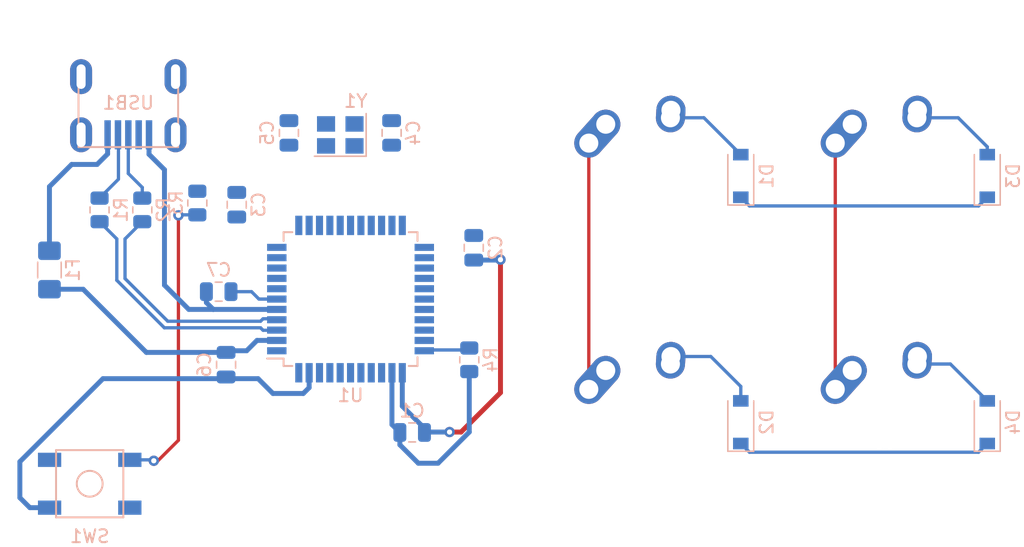
<source format=kicad_pcb>
(kicad_pcb (version 20171130) (host pcbnew "(5.1.10)-1")

  (general
    (thickness 1.6)
    (drawings 8)
    (tracks 101)
    (zones 0)
    (modules 24)
    (nets 49)
  )

  (page A4)
  (layers
    (0 F.Cu signal)
    (31 B.Cu signal)
    (32 B.Adhes user)
    (33 F.Adhes user)
    (34 B.Paste user)
    (35 F.Paste user)
    (36 B.SilkS user)
    (37 F.SilkS user)
    (38 B.Mask user)
    (39 F.Mask user)
    (40 Dwgs.User user)
    (41 Cmts.User user)
    (42 Eco1.User user)
    (43 Eco2.User user)
    (44 Edge.Cuts user)
    (45 Margin user)
    (46 B.CrtYd user)
    (47 F.CrtYd user)
    (48 B.Fab user)
    (49 F.Fab user)
  )

  (setup
    (last_trace_width 0.254)
    (trace_clearance 0.2)
    (zone_clearance 0.508)
    (zone_45_only no)
    (trace_min 0.2)
    (via_size 0.8)
    (via_drill 0.4)
    (via_min_size 0.4)
    (via_min_drill 0.3)
    (uvia_size 0.3)
    (uvia_drill 0.1)
    (uvias_allowed no)
    (uvia_min_size 0.2)
    (uvia_min_drill 0.1)
    (edge_width 0.05)
    (segment_width 0.2)
    (pcb_text_width 0.3)
    (pcb_text_size 1.5 1.5)
    (mod_edge_width 0.12)
    (mod_text_size 1 1)
    (mod_text_width 0.15)
    (pad_size 1.524 1.524)
    (pad_drill 0.762)
    (pad_to_mask_clearance 0)
    (aux_axis_origin 0 0)
    (visible_elements FFFFFF7F)
    (pcbplotparams
      (layerselection 0x010fc_ffffffff)
      (usegerberextensions false)
      (usegerberattributes true)
      (usegerberadvancedattributes true)
      (creategerberjobfile true)
      (excludeedgelayer true)
      (linewidth 0.100000)
      (plotframeref false)
      (viasonmask false)
      (mode 1)
      (useauxorigin false)
      (hpglpennumber 1)
      (hpglpenspeed 20)
      (hpglpendiameter 15.000000)
      (psnegative false)
      (psa4output false)
      (plotreference true)
      (plotvalue true)
      (plotinvisibletext false)
      (padsonsilk false)
      (subtractmaskfromsilk false)
      (outputformat 1)
      (mirror false)
      (drillshape 1)
      (scaleselection 1)
      (outputdirectory ""))
  )

  (net 0 "")
  (net 1 GND)
  (net 2 +5V)
  (net 3 "Net-(C4-Pad1)")
  (net 4 "Net-(C5-Pad1)")
  (net 5 "Net-(C7-Pad1)")
  (net 6 "Net-(D1-Pad2)")
  (net 7 ROW0)
  (net 8 "Net-(D2-Pad2)")
  (net 9 ROW1)
  (net 10 "Net-(D3-Pad2)")
  (net 11 "Net-(D4-Pad2)")
  (net 12 VCC)
  (net 13 COL0)
  (net 14 COL1)
  (net 15 D-)
  (net 16 "Net-(R1-Pad1)")
  (net 17 D+)
  (net 18 "Net-(R2-Pad1)")
  (net 19 "Net-(R3-Pad2)")
  (net 20 "Net-(R4-Pad2)")
  (net 21 "Net-(U1-Pad42)")
  (net 22 "Net-(U1-Pad41)")
  (net 23 "Net-(U1-Pad40)")
  (net 24 "Net-(U1-Pad39)")
  (net 25 "Net-(U1-Pad38)")
  (net 26 "Net-(U1-Pad37)")
  (net 27 "Net-(U1-Pad36)")
  (net 28 "Net-(U1-Pad32)")
  (net 29 "Net-(U1-Pad31)")
  (net 30 "Net-(U1-Pad30)")
  (net 31 "Net-(U1-Pad29)")
  (net 32 "Net-(U1-Pad28)")
  (net 33 "Net-(U1-Pad27)")
  (net 34 "Net-(U1-Pad26)")
  (net 35 "Net-(U1-Pad25)")
  (net 36 "Net-(U1-Pad22)")
  (net 37 "Net-(U1-Pad21)")
  (net 38 "Net-(U1-Pad20)")
  (net 39 "Net-(U1-Pad19)")
  (net 40 "Net-(U1-Pad18)")
  (net 41 "Net-(U1-Pad12)")
  (net 42 "Net-(U1-Pad11)")
  (net 43 "Net-(U1-Pad10)")
  (net 44 "Net-(U1-Pad9)")
  (net 45 "Net-(U1-Pad8)")
  (net 46 "Net-(U1-Pad1)")
  (net 47 "Net-(USB1-Pad2)")
  (net 48 "Net-(USB1-Pad6)")

  (net_class Default "This is the default net class."
    (clearance 0.2)
    (trace_width 0.254)
    (via_dia 0.8)
    (via_drill 0.4)
    (uvia_dia 0.3)
    (uvia_drill 0.1)
    (add_net COL0)
    (add_net COL1)
    (add_net D+)
    (add_net D-)
    (add_net "Net-(C4-Pad1)")
    (add_net "Net-(C5-Pad1)")
    (add_net "Net-(C7-Pad1)")
    (add_net "Net-(D1-Pad2)")
    (add_net "Net-(D2-Pad2)")
    (add_net "Net-(D3-Pad2)")
    (add_net "Net-(D4-Pad2)")
    (add_net "Net-(R1-Pad1)")
    (add_net "Net-(R2-Pad1)")
    (add_net "Net-(R3-Pad2)")
    (add_net "Net-(R4-Pad2)")
    (add_net "Net-(U1-Pad1)")
    (add_net "Net-(U1-Pad10)")
    (add_net "Net-(U1-Pad11)")
    (add_net "Net-(U1-Pad12)")
    (add_net "Net-(U1-Pad18)")
    (add_net "Net-(U1-Pad19)")
    (add_net "Net-(U1-Pad20)")
    (add_net "Net-(U1-Pad21)")
    (add_net "Net-(U1-Pad22)")
    (add_net "Net-(U1-Pad25)")
    (add_net "Net-(U1-Pad26)")
    (add_net "Net-(U1-Pad27)")
    (add_net "Net-(U1-Pad28)")
    (add_net "Net-(U1-Pad29)")
    (add_net "Net-(U1-Pad30)")
    (add_net "Net-(U1-Pad31)")
    (add_net "Net-(U1-Pad32)")
    (add_net "Net-(U1-Pad36)")
    (add_net "Net-(U1-Pad37)")
    (add_net "Net-(U1-Pad38)")
    (add_net "Net-(U1-Pad39)")
    (add_net "Net-(U1-Pad40)")
    (add_net "Net-(U1-Pad41)")
    (add_net "Net-(U1-Pad42)")
    (add_net "Net-(U1-Pad8)")
    (add_net "Net-(U1-Pad9)")
    (add_net "Net-(USB1-Pad2)")
    (add_net "Net-(USB1-Pad6)")
    (add_net ROW0)
    (add_net ROW1)
  )

  (net_class Power ""
    (clearance 0.2)
    (trace_width 0.381)
    (via_dia 0.8)
    (via_drill 0.4)
    (uvia_dia 0.3)
    (uvia_drill 0.1)
    (add_net +5V)
    (add_net GND)
    (add_net VCC)
  )

  (module MX_Alps_Hybrid:MX-1U-NoLED (layer F.Cu) (tedit 5A9F5203) (tstamp 650E2511)
    (at 109.56925 58.674)
    (path /6513AAD7)
    (fp_text reference MX3 (at 0 3.175) (layer Dwgs.User)
      (effects (font (size 1 1) (thickness 0.15)))
    )
    (fp_text value MX-NoLED (at 0 -7.9375) (layer Dwgs.User)
      (effects (font (size 1 1) (thickness 0.15)))
    )
    (fp_line (start 5 -7) (end 7 -7) (layer Dwgs.User) (width 0.15))
    (fp_line (start 7 -7) (end 7 -5) (layer Dwgs.User) (width 0.15))
    (fp_line (start 5 7) (end 7 7) (layer Dwgs.User) (width 0.15))
    (fp_line (start 7 7) (end 7 5) (layer Dwgs.User) (width 0.15))
    (fp_line (start -7 5) (end -7 7) (layer Dwgs.User) (width 0.15))
    (fp_line (start -7 7) (end -5 7) (layer Dwgs.User) (width 0.15))
    (fp_line (start -5 -7) (end -7 -7) (layer Dwgs.User) (width 0.15))
    (fp_line (start -7 -7) (end -7 -5) (layer Dwgs.User) (width 0.15))
    (fp_line (start -9.525 -9.525) (end 9.525 -9.525) (layer Dwgs.User) (width 0.15))
    (fp_line (start 9.525 -9.525) (end 9.525 9.525) (layer Dwgs.User) (width 0.15))
    (fp_line (start 9.525 9.525) (end -9.525 9.525) (layer Dwgs.User) (width 0.15))
    (fp_line (start -9.525 9.525) (end -9.525 -9.525) (layer Dwgs.User) (width 0.15))
    (pad "" np_thru_hole circle (at 5.08 0 48.0996) (size 1.75 1.75) (drill 1.75) (layers *.Cu *.Mask))
    (pad "" np_thru_hole circle (at -5.08 0 48.0996) (size 1.75 1.75) (drill 1.75) (layers *.Cu *.Mask))
    (pad 1 thru_hole circle (at -2.5 -4) (size 2.25 2.25) (drill 1.47) (layers *.Cu B.Mask)
      (net 14 COL1))
    (pad "" np_thru_hole circle (at 0 0) (size 3.9878 3.9878) (drill 3.9878) (layers *.Cu *.Mask))
    (pad 1 thru_hole oval (at -3.81 -2.54 48.0996) (size 4.211556 2.25) (drill 1.47 (offset 0.980778 0)) (layers *.Cu B.Mask)
      (net 14 COL1))
    (pad 2 thru_hole circle (at 2.54 -5.08) (size 2.25 2.25) (drill 1.47) (layers *.Cu B.Mask)
      (net 10 "Net-(D3-Pad2)"))
    (pad 2 thru_hole oval (at 2.5 -4.5 86.0548) (size 2.831378 2.25) (drill 1.47 (offset 0.290689 0)) (layers *.Cu B.Mask)
      (net 10 "Net-(D3-Pad2)"))
  )

  (module Crystal:Crystal_SMD_3225-4Pin_3.2x2.5mm (layer B.Cu) (tedit 5A0FD1B2) (tstamp 650E2601)
    (at 67.5005 55.499 180)
    (descr "SMD Crystal SERIES SMD3225/4 http://www.txccrystal.com/images/pdf/7m-accuracy.pdf, 3.2x2.5mm^2 package")
    (tags "SMD SMT crystal")
    (path /650F9644)
    (attr smd)
    (fp_text reference Y1 (at -1.19375 2.62) (layer B.SilkS)
      (effects (font (size 1 1) (thickness 0.15)) (justify mirror))
    )
    (fp_text value 16MHz (at 0 -2.45) (layer B.Fab)
      (effects (font (size 1 1) (thickness 0.15)) (justify mirror))
    )
    (fp_text user %R (at 0 0) (layer B.Fab)
      (effects (font (size 0.7 0.7) (thickness 0.105)) (justify mirror))
    )
    (fp_line (start -1.6 1.25) (end -1.6 -1.25) (layer B.Fab) (width 0.1))
    (fp_line (start -1.6 -1.25) (end 1.6 -1.25) (layer B.Fab) (width 0.1))
    (fp_line (start 1.6 -1.25) (end 1.6 1.25) (layer B.Fab) (width 0.1))
    (fp_line (start 1.6 1.25) (end -1.6 1.25) (layer B.Fab) (width 0.1))
    (fp_line (start -1.6 -0.25) (end -0.6 -1.25) (layer B.Fab) (width 0.1))
    (fp_line (start -2 1.65) (end -2 -1.65) (layer B.SilkS) (width 0.12))
    (fp_line (start -2 -1.65) (end 2 -1.65) (layer B.SilkS) (width 0.12))
    (fp_line (start -2.1 1.7) (end -2.1 -1.7) (layer B.CrtYd) (width 0.05))
    (fp_line (start -2.1 -1.7) (end 2.1 -1.7) (layer B.CrtYd) (width 0.05))
    (fp_line (start 2.1 -1.7) (end 2.1 1.7) (layer B.CrtYd) (width 0.05))
    (fp_line (start 2.1 1.7) (end -2.1 1.7) (layer B.CrtYd) (width 0.05))
    (pad 4 smd rect (at -1.1 0.85 180) (size 1.4 1.2) (layers B.Cu B.Paste B.Mask)
      (net 1 GND))
    (pad 3 smd rect (at 1.1 0.85 180) (size 1.4 1.2) (layers B.Cu B.Paste B.Mask)
      (net 4 "Net-(C5-Pad1)"))
    (pad 2 smd rect (at 1.1 -0.85 180) (size 1.4 1.2) (layers B.Cu B.Paste B.Mask)
      (net 1 GND))
    (pad 1 smd rect (at -1.1 -0.85 180) (size 1.4 1.2) (layers B.Cu B.Paste B.Mask)
      (net 3 "Net-(C4-Pad1)"))
    (model ${KISYS3DMOD}/Crystal.3dshapes/Crystal_SMD_3225-4Pin_3.2x2.5mm.wrl
      (at (xyz 0 0 0))
      (scale (xyz 1 1 1))
      (rotate (xyz 0 0 0))
    )
  )

  (module random-keyboard-parts:Molex-0548190589 (layer B.Cu) (tedit 5C494815) (tstamp 650E25ED)
    (at 51.1175 50.9905 270)
    (path /65126707)
    (attr smd)
    (fp_text reference USB1 (at 2.032 0) (layer B.SilkS)
      (effects (font (size 1 1) (thickness 0.15)) (justify mirror))
    )
    (fp_text value Molex-0548190589 (at -5.08 0) (layer Dwgs.User)
      (effects (font (size 1 1) (thickness 0.15)))
    )
    (fp_text user %R (at 2 0) (layer B.CrtYd)
      (effects (font (size 1 1) (thickness 0.15)) (justify mirror))
    )
    (fp_line (start -3.75 3.85) (end -3.75 -3.85) (layer Dwgs.User) (width 0.15))
    (fp_line (start -1.75 4.572) (end -1.75 -4.572) (layer Dwgs.User) (width 0.15))
    (fp_line (start -3.75 -3.85) (end 0 -3.85) (layer Dwgs.User) (width 0.15))
    (fp_line (start -3.75 3.85) (end 0 3.85) (layer Dwgs.User) (width 0.15))
    (fp_line (start 5.45 3.85) (end 5.45 -3.85) (layer B.SilkS) (width 0.15))
    (fp_line (start 0 -3.85) (end 5.45 -3.85) (layer B.SilkS) (width 0.15))
    (fp_line (start 0 3.85) (end 5.45 3.85) (layer B.SilkS) (width 0.15))
    (fp_line (start -3.75 3.75) (end 5.5 3.75) (layer B.CrtYd) (width 0.15))
    (fp_line (start 5.5 3.75) (end 5.5 -3.75) (layer B.CrtYd) (width 0.15))
    (fp_line (start 5.5 -3.75) (end -3.75 -3.75) (layer B.CrtYd) (width 0.15))
    (fp_line (start -3.75 -3.75) (end -3.75 3.75) (layer B.CrtYd) (width 0.15))
    (fp_line (start 5.5 2) (end 3.25 2) (layer B.CrtYd) (width 0.15))
    (fp_line (start 3.25 2) (end 3.25 -2) (layer B.CrtYd) (width 0.15))
    (fp_line (start 3.25 -2) (end 5.5 -2) (layer B.CrtYd) (width 0.15))
    (fp_line (start 5.5 -1.25) (end 3.25 -1.25) (layer B.CrtYd) (width 0.15))
    (fp_line (start 3.25 -0.5) (end 5.5 -0.5) (layer B.CrtYd) (width 0.15))
    (fp_line (start 5.5 0.5) (end 3.25 0.5) (layer B.CrtYd) (width 0.15))
    (fp_line (start 3.25 1.25) (end 5.5 1.25) (layer B.CrtYd) (width 0.15))
    (pad 6 thru_hole oval (at 0 3.65 270) (size 2.7 1.7) (drill oval 1.9 0.7) (layers *.Cu *.Mask)
      (net 48 "Net-(USB1-Pad6)"))
    (pad 6 thru_hole oval (at 0 -3.65 270) (size 2.7 1.7) (drill oval 1.9 0.7) (layers *.Cu *.Mask)
      (net 48 "Net-(USB1-Pad6)"))
    (pad 6 thru_hole oval (at 4.5 -3.65 270) (size 2.7 1.7) (drill oval 1.9 0.7) (layers *.Cu *.Mask)
      (net 48 "Net-(USB1-Pad6)"))
    (pad 6 thru_hole oval (at 4.5 3.65 270) (size 2.7 1.7) (drill oval 1.9 0.7) (layers *.Cu *.Mask)
      (net 48 "Net-(USB1-Pad6)"))
    (pad 5 smd rect (at 4.5 1.6 270) (size 2.25 0.5) (layers B.Cu B.Paste B.Mask)
      (net 12 VCC))
    (pad 4 smd rect (at 4.5 0.8 270) (size 2.25 0.5) (layers B.Cu B.Paste B.Mask)
      (net 15 D-))
    (pad 3 smd rect (at 4.5 0 270) (size 2.25 0.5) (layers B.Cu B.Paste B.Mask)
      (net 17 D+))
    (pad 2 smd rect (at 4.5 -0.8 270) (size 2.25 0.5) (layers B.Cu B.Paste B.Mask)
      (net 47 "Net-(USB1-Pad2)"))
    (pad 1 smd rect (at 4.5 -1.6 270) (size 2.25 0.5) (layers B.Cu B.Paste B.Mask)
      (net 1 GND))
  )

  (module Package_QFP:TQFP-44_10x10mm_P0.8mm (layer B.Cu) (tedit 5A02F146) (tstamp 650E25CD)
    (at 68.29425 68.199)
    (descr "44-Lead Plastic Thin Quad Flatpack (PT) - 10x10x1.0 mm Body [TQFP] (see Microchip Packaging Specification 00000049BS.pdf)")
    (tags "QFP 0.8")
    (path /650DBAC1)
    (attr smd)
    (fp_text reference U1 (at 0 7.45) (layer B.SilkS)
      (effects (font (size 1 1) (thickness 0.15)) (justify mirror))
    )
    (fp_text value ATmega32U4-AU (at 0 -7.45) (layer B.Fab)
      (effects (font (size 1 1) (thickness 0.15)) (justify mirror))
    )
    (fp_text user %R (at 0 0 90) (layer B.Fab)
      (effects (font (size 1 1) (thickness 0.15)) (justify mirror))
    )
    (fp_line (start -4 5) (end 5 5) (layer B.Fab) (width 0.15))
    (fp_line (start 5 5) (end 5 -5) (layer B.Fab) (width 0.15))
    (fp_line (start 5 -5) (end -5 -5) (layer B.Fab) (width 0.15))
    (fp_line (start -5 -5) (end -5 4) (layer B.Fab) (width 0.15))
    (fp_line (start -5 4) (end -4 5) (layer B.Fab) (width 0.15))
    (fp_line (start -6.7 6.7) (end -6.7 -6.7) (layer B.CrtYd) (width 0.05))
    (fp_line (start 6.7 6.7) (end 6.7 -6.7) (layer B.CrtYd) (width 0.05))
    (fp_line (start -6.7 6.7) (end 6.7 6.7) (layer B.CrtYd) (width 0.05))
    (fp_line (start -6.7 -6.7) (end 6.7 -6.7) (layer B.CrtYd) (width 0.05))
    (fp_line (start -5.175 5.175) (end -5.175 4.6) (layer B.SilkS) (width 0.15))
    (fp_line (start 5.175 5.175) (end 5.175 4.5) (layer B.SilkS) (width 0.15))
    (fp_line (start 5.175 -5.175) (end 5.175 -4.5) (layer B.SilkS) (width 0.15))
    (fp_line (start -5.175 -5.175) (end -5.175 -4.5) (layer B.SilkS) (width 0.15))
    (fp_line (start -5.175 5.175) (end -4.5 5.175) (layer B.SilkS) (width 0.15))
    (fp_line (start -5.175 -5.175) (end -4.5 -5.175) (layer B.SilkS) (width 0.15))
    (fp_line (start 5.175 -5.175) (end 4.5 -5.175) (layer B.SilkS) (width 0.15))
    (fp_line (start 5.175 5.175) (end 4.5 5.175) (layer B.SilkS) (width 0.15))
    (fp_line (start -5.175 4.6) (end -6.45 4.6) (layer B.SilkS) (width 0.15))
    (pad 44 smd rect (at -4 5.7 270) (size 1.5 0.55) (layers B.Cu B.Paste B.Mask)
      (net 2 +5V))
    (pad 43 smd rect (at -3.2 5.7 270) (size 1.5 0.55) (layers B.Cu B.Paste B.Mask)
      (net 1 GND))
    (pad 42 smd rect (at -2.4 5.7 270) (size 1.5 0.55) (layers B.Cu B.Paste B.Mask)
      (net 21 "Net-(U1-Pad42)"))
    (pad 41 smd rect (at -1.6 5.7 270) (size 1.5 0.55) (layers B.Cu B.Paste B.Mask)
      (net 22 "Net-(U1-Pad41)"))
    (pad 40 smd rect (at -0.8 5.7 270) (size 1.5 0.55) (layers B.Cu B.Paste B.Mask)
      (net 23 "Net-(U1-Pad40)"))
    (pad 39 smd rect (at 0 5.7 270) (size 1.5 0.55) (layers B.Cu B.Paste B.Mask)
      (net 24 "Net-(U1-Pad39)"))
    (pad 38 smd rect (at 0.8 5.7 270) (size 1.5 0.55) (layers B.Cu B.Paste B.Mask)
      (net 25 "Net-(U1-Pad38)"))
    (pad 37 smd rect (at 1.6 5.7 270) (size 1.5 0.55) (layers B.Cu B.Paste B.Mask)
      (net 26 "Net-(U1-Pad37)"))
    (pad 36 smd rect (at 2.4 5.7 270) (size 1.5 0.55) (layers B.Cu B.Paste B.Mask)
      (net 27 "Net-(U1-Pad36)"))
    (pad 35 smd rect (at 3.2 5.7 270) (size 1.5 0.55) (layers B.Cu B.Paste B.Mask)
      (net 1 GND))
    (pad 34 smd rect (at 4 5.7 270) (size 1.5 0.55) (layers B.Cu B.Paste B.Mask)
      (net 2 +5V))
    (pad 33 smd rect (at 5.7 4) (size 1.5 0.55) (layers B.Cu B.Paste B.Mask)
      (net 20 "Net-(R4-Pad2)"))
    (pad 32 smd rect (at 5.7 3.2) (size 1.5 0.55) (layers B.Cu B.Paste B.Mask)
      (net 28 "Net-(U1-Pad32)"))
    (pad 31 smd rect (at 5.7 2.4) (size 1.5 0.55) (layers B.Cu B.Paste B.Mask)
      (net 29 "Net-(U1-Pad31)"))
    (pad 30 smd rect (at 5.7 1.6) (size 1.5 0.55) (layers B.Cu B.Paste B.Mask)
      (net 30 "Net-(U1-Pad30)"))
    (pad 29 smd rect (at 5.7 0.8) (size 1.5 0.55) (layers B.Cu B.Paste B.Mask)
      (net 31 "Net-(U1-Pad29)"))
    (pad 28 smd rect (at 5.7 0) (size 1.5 0.55) (layers B.Cu B.Paste B.Mask)
      (net 32 "Net-(U1-Pad28)"))
    (pad 27 smd rect (at 5.7 -0.8) (size 1.5 0.55) (layers B.Cu B.Paste B.Mask)
      (net 33 "Net-(U1-Pad27)"))
    (pad 26 smd rect (at 5.7 -1.6) (size 1.5 0.55) (layers B.Cu B.Paste B.Mask)
      (net 34 "Net-(U1-Pad26)"))
    (pad 25 smd rect (at 5.7 -2.4) (size 1.5 0.55) (layers B.Cu B.Paste B.Mask)
      (net 35 "Net-(U1-Pad25)"))
    (pad 24 smd rect (at 5.7 -3.2) (size 1.5 0.55) (layers B.Cu B.Paste B.Mask)
      (net 2 +5V))
    (pad 23 smd rect (at 5.7 -4) (size 1.5 0.55) (layers B.Cu B.Paste B.Mask)
      (net 1 GND))
    (pad 22 smd rect (at 4 -5.7 270) (size 1.5 0.55) (layers B.Cu B.Paste B.Mask)
      (net 36 "Net-(U1-Pad22)"))
    (pad 21 smd rect (at 3.2 -5.7 270) (size 1.5 0.55) (layers B.Cu B.Paste B.Mask)
      (net 37 "Net-(U1-Pad21)"))
    (pad 20 smd rect (at 2.4 -5.7 270) (size 1.5 0.55) (layers B.Cu B.Paste B.Mask)
      (net 38 "Net-(U1-Pad20)"))
    (pad 19 smd rect (at 1.6 -5.7 270) (size 1.5 0.55) (layers B.Cu B.Paste B.Mask)
      (net 39 "Net-(U1-Pad19)"))
    (pad 18 smd rect (at 0.8 -5.7 270) (size 1.5 0.55) (layers B.Cu B.Paste B.Mask)
      (net 40 "Net-(U1-Pad18)"))
    (pad 17 smd rect (at 0 -5.7 270) (size 1.5 0.55) (layers B.Cu B.Paste B.Mask)
      (net 3 "Net-(C4-Pad1)"))
    (pad 16 smd rect (at -0.8 -5.7 270) (size 1.5 0.55) (layers B.Cu B.Paste B.Mask)
      (net 4 "Net-(C5-Pad1)"))
    (pad 15 smd rect (at -1.6 -5.7 270) (size 1.5 0.55) (layers B.Cu B.Paste B.Mask)
      (net 1 GND))
    (pad 14 smd rect (at -2.4 -5.7 270) (size 1.5 0.55) (layers B.Cu B.Paste B.Mask)
      (net 2 +5V))
    (pad 13 smd rect (at -3.2 -5.7 270) (size 1.5 0.55) (layers B.Cu B.Paste B.Mask)
      (net 19 "Net-(R3-Pad2)"))
    (pad 12 smd rect (at -4 -5.7 270) (size 1.5 0.55) (layers B.Cu B.Paste B.Mask)
      (net 41 "Net-(U1-Pad12)"))
    (pad 11 smd rect (at -5.7 -4) (size 1.5 0.55) (layers B.Cu B.Paste B.Mask)
      (net 42 "Net-(U1-Pad11)"))
    (pad 10 smd rect (at -5.7 -3.2) (size 1.5 0.55) (layers B.Cu B.Paste B.Mask)
      (net 43 "Net-(U1-Pad10)"))
    (pad 9 smd rect (at -5.7 -2.4) (size 1.5 0.55) (layers B.Cu B.Paste B.Mask)
      (net 44 "Net-(U1-Pad9)"))
    (pad 8 smd rect (at -5.7 -1.6) (size 1.5 0.55) (layers B.Cu B.Paste B.Mask)
      (net 45 "Net-(U1-Pad8)"))
    (pad 7 smd rect (at -5.7 -0.8) (size 1.5 0.55) (layers B.Cu B.Paste B.Mask)
      (net 2 +5V))
    (pad 6 smd rect (at -5.7 0) (size 1.5 0.55) (layers B.Cu B.Paste B.Mask)
      (net 5 "Net-(C7-Pad1)"))
    (pad 5 smd rect (at -5.7 0.8) (size 1.5 0.55) (layers B.Cu B.Paste B.Mask)
      (net 1 GND))
    (pad 4 smd rect (at -5.7 1.6) (size 1.5 0.55) (layers B.Cu B.Paste B.Mask)
      (net 18 "Net-(R2-Pad1)"))
    (pad 3 smd rect (at -5.7 2.4) (size 1.5 0.55) (layers B.Cu B.Paste B.Mask)
      (net 16 "Net-(R1-Pad1)"))
    (pad 2 smd rect (at -5.7 3.2) (size 1.5 0.55) (layers B.Cu B.Paste B.Mask)
      (net 2 +5V))
    (pad 1 smd rect (at -5.7 4) (size 1.5 0.55) (layers B.Cu B.Paste B.Mask)
      (net 46 "Net-(U1-Pad1)"))
    (model ${KISYS3DMOD}/Package_QFP.3dshapes/TQFP-44_10x10mm_P0.8mm.wrl
      (at (xyz 0 0 0))
      (scale (xyz 1 1 1))
      (rotate (xyz 0 0 0))
    )
  )

  (module random-keyboard-parts:SKQG-1155865 (layer B.Cu) (tedit 5E62B398) (tstamp 650E258A)
    (at 48.133 82.4865 180)
    (path /6510C28A)
    (attr smd)
    (fp_text reference SW1 (at 0 -4.064) (layer B.SilkS)
      (effects (font (size 1 1) (thickness 0.15)) (justify mirror))
    )
    (fp_text value SW_Push (at 0 4.064) (layer B.Fab)
      (effects (font (size 1 1) (thickness 0.15)) (justify mirror))
    )
    (fp_line (start -2.6 -1.1) (end -1.1 -2.6) (layer B.Fab) (width 0.15))
    (fp_line (start 2.6 -1.1) (end 1.1 -2.6) (layer B.Fab) (width 0.15))
    (fp_line (start 2.6 1.1) (end 1.1 2.6) (layer B.Fab) (width 0.15))
    (fp_line (start -2.6 1.1) (end -1.1 2.6) (layer B.Fab) (width 0.15))
    (fp_circle (center 0 0) (end 1 0) (layer B.Fab) (width 0.15))
    (fp_line (start -4.2 1.1) (end -4.2 2.6) (layer B.Fab) (width 0.15))
    (fp_line (start -2.6 1.1) (end -4.2 1.1) (layer B.Fab) (width 0.15))
    (fp_line (start -2.6 -1.1) (end -2.6 1.1) (layer B.Fab) (width 0.15))
    (fp_line (start -4.2 -1.1) (end -2.6 -1.1) (layer B.Fab) (width 0.15))
    (fp_line (start -4.2 -2.6) (end -4.2 -1.1) (layer B.Fab) (width 0.15))
    (fp_line (start 4.2 -2.6) (end -4.2 -2.6) (layer B.Fab) (width 0.15))
    (fp_line (start 4.2 -1.1) (end 4.2 -2.6) (layer B.Fab) (width 0.15))
    (fp_line (start 2.6 -1.1) (end 4.2 -1.1) (layer B.Fab) (width 0.15))
    (fp_line (start 2.6 1.1) (end 2.6 -1.1) (layer B.Fab) (width 0.15))
    (fp_line (start 4.2 1.1) (end 2.6 1.1) (layer B.Fab) (width 0.15))
    (fp_line (start 4.2 2.6) (end 4.2 1.2) (layer B.Fab) (width 0.15))
    (fp_line (start -4.2 2.6) (end 4.2 2.6) (layer B.Fab) (width 0.15))
    (fp_circle (center 0 0) (end 1 0) (layer B.SilkS) (width 0.15))
    (fp_line (start -2.6 -2.6) (end -2.6 2.6) (layer B.SilkS) (width 0.15))
    (fp_line (start 2.6 -2.6) (end -2.6 -2.6) (layer B.SilkS) (width 0.15))
    (fp_line (start 2.6 2.6) (end 2.6 -2.6) (layer B.SilkS) (width 0.15))
    (fp_line (start -2.6 2.6) (end 2.6 2.6) (layer B.SilkS) (width 0.15))
    (pad 4 smd rect (at -3.1 -1.85 180) (size 1.8 1.1) (layers B.Cu B.Paste B.Mask))
    (pad 3 smd rect (at 3.1 1.85 180) (size 1.8 1.1) (layers B.Cu B.Paste B.Mask))
    (pad 2 smd rect (at -3.1 1.85 180) (size 1.8 1.1) (layers B.Cu B.Paste B.Mask)
      (net 19 "Net-(R3-Pad2)"))
    (pad 1 smd rect (at 3.1 -1.85 180) (size 1.8 1.1) (layers B.Cu B.Paste B.Mask)
      (net 1 GND))
    (model ${KISYS3DMOD}/Button_Switch_SMD.3dshapes/SW_SPST_TL3342.step
      (at (xyz 0 0 0))
      (scale (xyz 1 1 1))
      (rotate (xyz 0 0 0))
    )
  )

  (module Resistor_SMD:R_0805_2012Metric (layer B.Cu) (tedit 5F68FEEE) (tstamp 650E47CA)
    (at 77.47 72.898 90)
    (descr "Resistor SMD 0805 (2012 Metric), square (rectangular) end terminal, IPC_7351 nominal, (Body size source: IPC-SM-782 page 72, https://www.pcb-3d.com/wordpress/wp-content/uploads/ipc-sm-782a_amendment_1_and_2.pdf), generated with kicad-footprint-generator")
    (tags resistor)
    (path /650E632F)
    (attr smd)
    (fp_text reference R4 (at 0 1.65 270) (layer B.SilkS)
      (effects (font (size 1 1) (thickness 0.15)) (justify mirror))
    )
    (fp_text value 10k (at 0 -1.65 270) (layer B.Fab)
      (effects (font (size 1 1) (thickness 0.15)) (justify mirror))
    )
    (fp_text user %R (at 0 0 270) (layer B.Fab)
      (effects (font (size 0.5 0.5) (thickness 0.08)) (justify mirror))
    )
    (fp_line (start -1 -0.625) (end -1 0.625) (layer B.Fab) (width 0.1))
    (fp_line (start -1 0.625) (end 1 0.625) (layer B.Fab) (width 0.1))
    (fp_line (start 1 0.625) (end 1 -0.625) (layer B.Fab) (width 0.1))
    (fp_line (start 1 -0.625) (end -1 -0.625) (layer B.Fab) (width 0.1))
    (fp_line (start -0.227064 0.735) (end 0.227064 0.735) (layer B.SilkS) (width 0.12))
    (fp_line (start -0.227064 -0.735) (end 0.227064 -0.735) (layer B.SilkS) (width 0.12))
    (fp_line (start -1.68 -0.95) (end -1.68 0.95) (layer B.CrtYd) (width 0.05))
    (fp_line (start -1.68 0.95) (end 1.68 0.95) (layer B.CrtYd) (width 0.05))
    (fp_line (start 1.68 0.95) (end 1.68 -0.95) (layer B.CrtYd) (width 0.05))
    (fp_line (start 1.68 -0.95) (end -1.68 -0.95) (layer B.CrtYd) (width 0.05))
    (pad 2 smd roundrect (at 0.9125 0 90) (size 1.025 1.4) (layers B.Cu B.Paste B.Mask) (roundrect_rratio 0.243902)
      (net 20 "Net-(R4-Pad2)"))
    (pad 1 smd roundrect (at -0.9125 0 90) (size 1.025 1.4) (layers B.Cu B.Paste B.Mask) (roundrect_rratio 0.243902)
      (net 1 GND))
    (model ${KISYS3DMOD}/Resistor_SMD.3dshapes/R_0805_2012Metric.wrl
      (at (xyz 0 0 0))
      (scale (xyz 1 1 1))
      (rotate (xyz 0 0 0))
    )
  )

  (module Resistor_SMD:R_0805_2012Metric (layer B.Cu) (tedit 5F68FEEE) (tstamp 650E4C0A)
    (at 56.4515 60.7695 270)
    (descr "Resistor SMD 0805 (2012 Metric), square (rectangular) end terminal, IPC_7351 nominal, (Body size source: IPC-SM-782 page 72, https://www.pcb-3d.com/wordpress/wp-content/uploads/ipc-sm-782a_amendment_1_and_2.pdf), generated with kicad-footprint-generator")
    (tags resistor)
    (path /6511089A)
    (attr smd)
    (fp_text reference R3 (at 0 1.65 90) (layer B.SilkS)
      (effects (font (size 1 1) (thickness 0.15)) (justify mirror))
    )
    (fp_text value 10k (at 0 -1.65 90) (layer B.Fab)
      (effects (font (size 1 1) (thickness 0.15)) (justify mirror))
    )
    (fp_text user %R (at 0 0 90) (layer B.Fab)
      (effects (font (size 0.5 0.5) (thickness 0.08)) (justify mirror))
    )
    (fp_line (start -1 -0.625) (end -1 0.625) (layer B.Fab) (width 0.1))
    (fp_line (start -1 0.625) (end 1 0.625) (layer B.Fab) (width 0.1))
    (fp_line (start 1 0.625) (end 1 -0.625) (layer B.Fab) (width 0.1))
    (fp_line (start 1 -0.625) (end -1 -0.625) (layer B.Fab) (width 0.1))
    (fp_line (start -0.227064 0.735) (end 0.227064 0.735) (layer B.SilkS) (width 0.12))
    (fp_line (start -0.227064 -0.735) (end 0.227064 -0.735) (layer B.SilkS) (width 0.12))
    (fp_line (start -1.68 -0.95) (end -1.68 0.95) (layer B.CrtYd) (width 0.05))
    (fp_line (start -1.68 0.95) (end 1.68 0.95) (layer B.CrtYd) (width 0.05))
    (fp_line (start 1.68 0.95) (end 1.68 -0.95) (layer B.CrtYd) (width 0.05))
    (fp_line (start 1.68 -0.95) (end -1.68 -0.95) (layer B.CrtYd) (width 0.05))
    (pad 2 smd roundrect (at 0.9125 0 270) (size 1.025 1.4) (layers B.Cu B.Paste B.Mask) (roundrect_rratio 0.243902)
      (net 19 "Net-(R3-Pad2)"))
    (pad 1 smd roundrect (at -0.9125 0 270) (size 1.025 1.4) (layers B.Cu B.Paste B.Mask) (roundrect_rratio 0.243902)
      (net 2 +5V))
    (model ${KISYS3DMOD}/Resistor_SMD.3dshapes/R_0805_2012Metric.wrl
      (at (xyz 0 0 0))
      (scale (xyz 1 1 1))
      (rotate (xyz 0 0 0))
    )
  )

  (module Resistor_SMD:R_0805_2012Metric (layer B.Cu) (tedit 5F68FEEE) (tstamp 650E347A)
    (at 52.197 61.301 90)
    (descr "Resistor SMD 0805 (2012 Metric), square (rectangular) end terminal, IPC_7351 nominal, (Body size source: IPC-SM-782 page 72, https://www.pcb-3d.com/wordpress/wp-content/uploads/ipc-sm-782a_amendment_1_and_2.pdf), generated with kicad-footprint-generator")
    (tags resistor)
    (path /650E86CD)
    (attr smd)
    (fp_text reference R2 (at 0 1.65 270) (layer B.SilkS)
      (effects (font (size 1 1) (thickness 0.15)) (justify mirror))
    )
    (fp_text value 22 (at 0 -1.65 270) (layer B.Fab)
      (effects (font (size 1 1) (thickness 0.15)) (justify mirror))
    )
    (fp_text user %R (at 0 0 180) (layer B.Fab)
      (effects (font (size 0.5 0.5) (thickness 0.08)) (justify mirror))
    )
    (fp_line (start -1 -0.625) (end -1 0.625) (layer B.Fab) (width 0.1))
    (fp_line (start -1 0.625) (end 1 0.625) (layer B.Fab) (width 0.1))
    (fp_line (start 1 0.625) (end 1 -0.625) (layer B.Fab) (width 0.1))
    (fp_line (start 1 -0.625) (end -1 -0.625) (layer B.Fab) (width 0.1))
    (fp_line (start -0.227064 0.735) (end 0.227064 0.735) (layer B.SilkS) (width 0.12))
    (fp_line (start -0.227064 -0.735) (end 0.227064 -0.735) (layer B.SilkS) (width 0.12))
    (fp_line (start -1.68 -0.95) (end -1.68 0.95) (layer B.CrtYd) (width 0.05))
    (fp_line (start -1.68 0.95) (end 1.68 0.95) (layer B.CrtYd) (width 0.05))
    (fp_line (start 1.68 0.95) (end 1.68 -0.95) (layer B.CrtYd) (width 0.05))
    (fp_line (start 1.68 -0.95) (end -1.68 -0.95) (layer B.CrtYd) (width 0.05))
    (pad 2 smd roundrect (at 0.9125 0 90) (size 1.025 1.4) (layers B.Cu B.Paste B.Mask) (roundrect_rratio 0.243902)
      (net 17 D+))
    (pad 1 smd roundrect (at -0.9125 0 90) (size 1.025 1.4) (layers B.Cu B.Paste B.Mask) (roundrect_rratio 0.243902)
      (net 18 "Net-(R2-Pad1)"))
    (model ${KISYS3DMOD}/Resistor_SMD.3dshapes/R_0805_2012Metric.wrl
      (at (xyz 0 0 0))
      (scale (xyz 1 1 1))
      (rotate (xyz 0 0 0))
    )
  )

  (module Resistor_SMD:R_0805_2012Metric (layer B.Cu) (tedit 5F68FEEE) (tstamp 650E55F7)
    (at 48.895 61.301 90)
    (descr "Resistor SMD 0805 (2012 Metric), square (rectangular) end terminal, IPC_7351 nominal, (Body size source: IPC-SM-782 page 72, https://www.pcb-3d.com/wordpress/wp-content/uploads/ipc-sm-782a_amendment_1_and_2.pdf), generated with kicad-footprint-generator")
    (tags resistor)
    (path /650E8B2A)
    (attr smd)
    (fp_text reference R1 (at 0 1.65 270) (layer B.SilkS)
      (effects (font (size 1 1) (thickness 0.15)) (justify mirror))
    )
    (fp_text value 22 (at 0 -1.65 270) (layer B.Fab)
      (effects (font (size 1 1) (thickness 0.15)) (justify mirror))
    )
    (fp_text user %R (at 0 0 270) (layer B.Fab)
      (effects (font (size 0.5 0.5) (thickness 0.08)) (justify mirror))
    )
    (fp_line (start -1 -0.625) (end -1 0.625) (layer B.Fab) (width 0.1))
    (fp_line (start -1 0.625) (end 1 0.625) (layer B.Fab) (width 0.1))
    (fp_line (start 1 0.625) (end 1 -0.625) (layer B.Fab) (width 0.1))
    (fp_line (start 1 -0.625) (end -1 -0.625) (layer B.Fab) (width 0.1))
    (fp_line (start -0.227064 0.735) (end 0.227064 0.735) (layer B.SilkS) (width 0.12))
    (fp_line (start -0.227064 -0.735) (end 0.227064 -0.735) (layer B.SilkS) (width 0.12))
    (fp_line (start -1.68 -0.95) (end -1.68 0.95) (layer B.CrtYd) (width 0.05))
    (fp_line (start -1.68 0.95) (end 1.68 0.95) (layer B.CrtYd) (width 0.05))
    (fp_line (start 1.68 0.95) (end 1.68 -0.95) (layer B.CrtYd) (width 0.05))
    (fp_line (start 1.68 -0.95) (end -1.68 -0.95) (layer B.CrtYd) (width 0.05))
    (pad 2 smd roundrect (at 0.9125 0 90) (size 1.025 1.4) (layers B.Cu B.Paste B.Mask) (roundrect_rratio 0.243902)
      (net 15 D-))
    (pad 1 smd roundrect (at -0.9125 0 90) (size 1.025 1.4) (layers B.Cu B.Paste B.Mask) (roundrect_rratio 0.243902)
      (net 16 "Net-(R1-Pad1)"))
    (model ${KISYS3DMOD}/Resistor_SMD.3dshapes/R_0805_2012Metric.wrl
      (at (xyz 0 0 0))
      (scale (xyz 1 1 1))
      (rotate (xyz 0 0 0))
    )
  )

  (module MX_Alps_Hybrid:MX-1U-NoLED (layer F.Cu) (tedit 5A9F5203) (tstamp 650E2528)
    (at 109.56925 77.724)
    (path /6513CC5C)
    (fp_text reference MX4 (at 0 3.175) (layer Dwgs.User)
      (effects (font (size 1 1) (thickness 0.15)))
    )
    (fp_text value MX-NoLED (at 0 -7.9375) (layer Dwgs.User)
      (effects (font (size 1 1) (thickness 0.15)))
    )
    (fp_line (start 5 -7) (end 7 -7) (layer Dwgs.User) (width 0.15))
    (fp_line (start 7 -7) (end 7 -5) (layer Dwgs.User) (width 0.15))
    (fp_line (start 5 7) (end 7 7) (layer Dwgs.User) (width 0.15))
    (fp_line (start 7 7) (end 7 5) (layer Dwgs.User) (width 0.15))
    (fp_line (start -7 5) (end -7 7) (layer Dwgs.User) (width 0.15))
    (fp_line (start -7 7) (end -5 7) (layer Dwgs.User) (width 0.15))
    (fp_line (start -5 -7) (end -7 -7) (layer Dwgs.User) (width 0.15))
    (fp_line (start -7 -7) (end -7 -5) (layer Dwgs.User) (width 0.15))
    (fp_line (start -9.525 -9.525) (end 9.525 -9.525) (layer Dwgs.User) (width 0.15))
    (fp_line (start 9.525 -9.525) (end 9.525 9.525) (layer Dwgs.User) (width 0.15))
    (fp_line (start 9.525 9.525) (end -9.525 9.525) (layer Dwgs.User) (width 0.15))
    (fp_line (start -9.525 9.525) (end -9.525 -9.525) (layer Dwgs.User) (width 0.15))
    (pad "" np_thru_hole circle (at 5.08 0 48.0996) (size 1.75 1.75) (drill 1.75) (layers *.Cu *.Mask))
    (pad "" np_thru_hole circle (at -5.08 0 48.0996) (size 1.75 1.75) (drill 1.75) (layers *.Cu *.Mask))
    (pad 1 thru_hole circle (at -2.5 -4) (size 2.25 2.25) (drill 1.47) (layers *.Cu B.Mask)
      (net 14 COL1))
    (pad "" np_thru_hole circle (at 0 0) (size 3.9878 3.9878) (drill 3.9878) (layers *.Cu *.Mask))
    (pad 1 thru_hole oval (at -3.81 -2.54 48.0996) (size 4.211556 2.25) (drill 1.47 (offset 0.980778 0)) (layers *.Cu B.Mask)
      (net 14 COL1))
    (pad 2 thru_hole circle (at 2.54 -5.08) (size 2.25 2.25) (drill 1.47) (layers *.Cu B.Mask)
      (net 11 "Net-(D4-Pad2)"))
    (pad 2 thru_hole oval (at 2.5 -4.5 86.0548) (size 2.831378 2.25) (drill 1.47 (offset 0.290689 0)) (layers *.Cu B.Mask)
      (net 11 "Net-(D4-Pad2)"))
  )

  (module MX_Alps_Hybrid:MX-1U-NoLED (layer F.Cu) (tedit 5A9F5203) (tstamp 650E24FA)
    (at 90.51925 77.724)
    (path /6513EC77)
    (fp_text reference MX2 (at 0 3.175) (layer Dwgs.User)
      (effects (font (size 1 1) (thickness 0.15)))
    )
    (fp_text value MX-NoLED (at 0 -7.9375) (layer Dwgs.User)
      (effects (font (size 1 1) (thickness 0.15)))
    )
    (fp_line (start 5 -7) (end 7 -7) (layer Dwgs.User) (width 0.15))
    (fp_line (start 7 -7) (end 7 -5) (layer Dwgs.User) (width 0.15))
    (fp_line (start 5 7) (end 7 7) (layer Dwgs.User) (width 0.15))
    (fp_line (start 7 7) (end 7 5) (layer Dwgs.User) (width 0.15))
    (fp_line (start -7 5) (end -7 7) (layer Dwgs.User) (width 0.15))
    (fp_line (start -7 7) (end -5 7) (layer Dwgs.User) (width 0.15))
    (fp_line (start -5 -7) (end -7 -7) (layer Dwgs.User) (width 0.15))
    (fp_line (start -7 -7) (end -7 -5) (layer Dwgs.User) (width 0.15))
    (fp_line (start -9.525 -9.525) (end 9.525 -9.525) (layer Dwgs.User) (width 0.15))
    (fp_line (start 9.525 -9.525) (end 9.525 9.525) (layer Dwgs.User) (width 0.15))
    (fp_line (start 9.525 9.525) (end -9.525 9.525) (layer Dwgs.User) (width 0.15))
    (fp_line (start -9.525 9.525) (end -9.525 -9.525) (layer Dwgs.User) (width 0.15))
    (pad "" np_thru_hole circle (at 5.08 0 48.0996) (size 1.75 1.75) (drill 1.75) (layers *.Cu *.Mask))
    (pad "" np_thru_hole circle (at -5.08 0 48.0996) (size 1.75 1.75) (drill 1.75) (layers *.Cu *.Mask))
    (pad 1 thru_hole circle (at -2.5 -4) (size 2.25 2.25) (drill 1.47) (layers *.Cu B.Mask)
      (net 13 COL0))
    (pad "" np_thru_hole circle (at 0 0) (size 3.9878 3.9878) (drill 3.9878) (layers *.Cu *.Mask))
    (pad 1 thru_hole oval (at -3.81 -2.54 48.0996) (size 4.211556 2.25) (drill 1.47 (offset 0.980778 0)) (layers *.Cu B.Mask)
      (net 13 COL0))
    (pad 2 thru_hole circle (at 2.54 -5.08) (size 2.25 2.25) (drill 1.47) (layers *.Cu B.Mask)
      (net 8 "Net-(D2-Pad2)"))
    (pad 2 thru_hole oval (at 2.5 -4.5 86.0548) (size 2.831378 2.25) (drill 1.47 (offset 0.290689 0)) (layers *.Cu B.Mask)
      (net 8 "Net-(D2-Pad2)"))
  )

  (module MX_Alps_Hybrid:MX-1U-NoLED (layer F.Cu) (tedit 5A9F5203) (tstamp 650E24E3)
    (at 90.51925 58.674)
    (path /65134EC6)
    (fp_text reference MX1 (at 0 3.175) (layer Dwgs.User)
      (effects (font (size 1 1) (thickness 0.15)))
    )
    (fp_text value MX-NoLED (at 0 -7.9375) (layer Dwgs.User)
      (effects (font (size 1 1) (thickness 0.15)))
    )
    (fp_line (start 5 -7) (end 7 -7) (layer Dwgs.User) (width 0.15))
    (fp_line (start 7 -7) (end 7 -5) (layer Dwgs.User) (width 0.15))
    (fp_line (start 5 7) (end 7 7) (layer Dwgs.User) (width 0.15))
    (fp_line (start 7 7) (end 7 5) (layer Dwgs.User) (width 0.15))
    (fp_line (start -7 5) (end -7 7) (layer Dwgs.User) (width 0.15))
    (fp_line (start -7 7) (end -5 7) (layer Dwgs.User) (width 0.15))
    (fp_line (start -5 -7) (end -7 -7) (layer Dwgs.User) (width 0.15))
    (fp_line (start -7 -7) (end -7 -5) (layer Dwgs.User) (width 0.15))
    (fp_line (start -9.525 -9.525) (end 9.525 -9.525) (layer Dwgs.User) (width 0.15))
    (fp_line (start 9.525 -9.525) (end 9.525 9.525) (layer Dwgs.User) (width 0.15))
    (fp_line (start 9.525 9.525) (end -9.525 9.525) (layer Dwgs.User) (width 0.15))
    (fp_line (start -9.525 9.525) (end -9.525 -9.525) (layer Dwgs.User) (width 0.15))
    (pad "" np_thru_hole circle (at 5.08 0 48.0996) (size 1.75 1.75) (drill 1.75) (layers *.Cu *.Mask))
    (pad "" np_thru_hole circle (at -5.08 0 48.0996) (size 1.75 1.75) (drill 1.75) (layers *.Cu *.Mask))
    (pad 1 thru_hole circle (at -2.5 -4) (size 2.25 2.25) (drill 1.47) (layers *.Cu B.Mask)
      (net 13 COL0))
    (pad "" np_thru_hole circle (at 0 0) (size 3.9878 3.9878) (drill 3.9878) (layers *.Cu *.Mask))
    (pad 1 thru_hole oval (at -3.81 -2.54 48.0996) (size 4.211556 2.25) (drill 1.47 (offset 0.980778 0)) (layers *.Cu B.Mask)
      (net 13 COL0))
    (pad 2 thru_hole circle (at 2.54 -5.08) (size 2.25 2.25) (drill 1.47) (layers *.Cu B.Mask)
      (net 6 "Net-(D1-Pad2)"))
    (pad 2 thru_hole oval (at 2.5 -4.5 86.0548) (size 2.831378 2.25) (drill 1.47 (offset 0.290689 0)) (layers *.Cu B.Mask)
      (net 6 "Net-(D1-Pad2)"))
  )

  (module Fuse:Fuse_1206_3216Metric_Pad1.42x1.75mm_HandSolder (layer B.Cu) (tedit 5F68FEF1) (tstamp 650E24CC)
    (at 45.0215 65.9495 90)
    (descr "Fuse SMD 1206 (3216 Metric), square (rectangular) end terminal, IPC_7351 nominal with elongated pad for handsoldering. (Body size source: http://www.tortai-tech.com/upload/download/2011102023233369053.pdf), generated with kicad-footprint-generator")
    (tags "fuse handsolder")
    (path /6512A16C)
    (attr smd)
    (fp_text reference F1 (at 0 1.82 270) (layer B.SilkS)
      (effects (font (size 1 1) (thickness 0.15)) (justify mirror))
    )
    (fp_text value 500mA (at 0 -1.82 270) (layer B.Fab)
      (effects (font (size 1 1) (thickness 0.15)) (justify mirror))
    )
    (fp_text user %R (at 0 0 270) (layer B.Fab)
      (effects (font (size 0.8 0.8) (thickness 0.12)) (justify mirror))
    )
    (fp_line (start -1.6 -0.8) (end -1.6 0.8) (layer B.Fab) (width 0.1))
    (fp_line (start -1.6 0.8) (end 1.6 0.8) (layer B.Fab) (width 0.1))
    (fp_line (start 1.6 0.8) (end 1.6 -0.8) (layer B.Fab) (width 0.1))
    (fp_line (start 1.6 -0.8) (end -1.6 -0.8) (layer B.Fab) (width 0.1))
    (fp_line (start -0.602064 0.91) (end 0.602064 0.91) (layer B.SilkS) (width 0.12))
    (fp_line (start -0.602064 -0.91) (end 0.602064 -0.91) (layer B.SilkS) (width 0.12))
    (fp_line (start -2.45 -1.12) (end -2.45 1.12) (layer B.CrtYd) (width 0.05))
    (fp_line (start -2.45 1.12) (end 2.45 1.12) (layer B.CrtYd) (width 0.05))
    (fp_line (start 2.45 1.12) (end 2.45 -1.12) (layer B.CrtYd) (width 0.05))
    (fp_line (start 2.45 -1.12) (end -2.45 -1.12) (layer B.CrtYd) (width 0.05))
    (pad 2 smd roundrect (at 1.4875 0 90) (size 1.425 1.75) (layers B.Cu B.Paste B.Mask) (roundrect_rratio 0.175439)
      (net 12 VCC))
    (pad 1 smd roundrect (at -1.4875 0 90) (size 1.425 1.75) (layers B.Cu B.Paste B.Mask) (roundrect_rratio 0.175439)
      (net 2 +5V))
    (model ${KISYS3DMOD}/Fuse.3dshapes/Fuse_1206_3216Metric.wrl
      (at (xyz 0 0 0))
      (scale (xyz 1 1 1))
      (rotate (xyz 0 0 0))
    )
  )

  (module Diode_SMD:D_SOD-123 (layer B.Cu) (tedit 58645DC7) (tstamp 650E24BB)
    (at 117.50675 77.724 90)
    (descr SOD-123)
    (tags SOD-123)
    (path /6513CC62)
    (attr smd)
    (fp_text reference D4 (at 0 2 270) (layer B.SilkS)
      (effects (font (size 1 1) (thickness 0.15)) (justify mirror))
    )
    (fp_text value SOD-123 (at 0 -2.1 270) (layer B.Fab)
      (effects (font (size 1 1) (thickness 0.15)) (justify mirror))
    )
    (fp_text user %R (at 0 2 270) (layer B.Fab)
      (effects (font (size 1 1) (thickness 0.15)) (justify mirror))
    )
    (fp_line (start -2.25 1) (end -2.25 -1) (layer B.SilkS) (width 0.12))
    (fp_line (start 0.25 0) (end 0.75 0) (layer B.Fab) (width 0.1))
    (fp_line (start 0.25 -0.4) (end -0.35 0) (layer B.Fab) (width 0.1))
    (fp_line (start 0.25 0.4) (end 0.25 -0.4) (layer B.Fab) (width 0.1))
    (fp_line (start -0.35 0) (end 0.25 0.4) (layer B.Fab) (width 0.1))
    (fp_line (start -0.35 0) (end -0.35 -0.55) (layer B.Fab) (width 0.1))
    (fp_line (start -0.35 0) (end -0.35 0.55) (layer B.Fab) (width 0.1))
    (fp_line (start -0.75 0) (end -0.35 0) (layer B.Fab) (width 0.1))
    (fp_line (start -1.4 -0.9) (end -1.4 0.9) (layer B.Fab) (width 0.1))
    (fp_line (start 1.4 -0.9) (end -1.4 -0.9) (layer B.Fab) (width 0.1))
    (fp_line (start 1.4 0.9) (end 1.4 -0.9) (layer B.Fab) (width 0.1))
    (fp_line (start -1.4 0.9) (end 1.4 0.9) (layer B.Fab) (width 0.1))
    (fp_line (start -2.35 1.15) (end 2.35 1.15) (layer B.CrtYd) (width 0.05))
    (fp_line (start 2.35 1.15) (end 2.35 -1.15) (layer B.CrtYd) (width 0.05))
    (fp_line (start 2.35 -1.15) (end -2.35 -1.15) (layer B.CrtYd) (width 0.05))
    (fp_line (start -2.35 1.15) (end -2.35 -1.15) (layer B.CrtYd) (width 0.05))
    (fp_line (start -2.25 -1) (end 1.65 -1) (layer B.SilkS) (width 0.12))
    (fp_line (start -2.25 1) (end 1.65 1) (layer B.SilkS) (width 0.12))
    (pad 2 smd rect (at 1.65 0 90) (size 0.9 1.2) (layers B.Cu B.Paste B.Mask)
      (net 11 "Net-(D4-Pad2)"))
    (pad 1 smd rect (at -1.65 0 90) (size 0.9 1.2) (layers B.Cu B.Paste B.Mask)
      (net 9 ROW1))
    (model ${KISYS3DMOD}/Diode_SMD.3dshapes/D_SOD-123.wrl
      (at (xyz 0 0 0))
      (scale (xyz 1 1 1))
      (rotate (xyz 0 0 0))
    )
  )

  (module Diode_SMD:D_SOD-123 (layer B.Cu) (tedit 58645DC7) (tstamp 650E24A2)
    (at 117.50675 58.674 90)
    (descr SOD-123)
    (tags SOD-123)
    (path /6513AADD)
    (attr smd)
    (fp_text reference D3 (at 0 2 270) (layer B.SilkS)
      (effects (font (size 1 1) (thickness 0.15)) (justify mirror))
    )
    (fp_text value SOD-123 (at 0 -2.1 270) (layer B.Fab)
      (effects (font (size 1 1) (thickness 0.15)) (justify mirror))
    )
    (fp_text user %R (at 0 2 270) (layer B.Fab)
      (effects (font (size 1 1) (thickness 0.15)) (justify mirror))
    )
    (fp_line (start -2.25 1) (end -2.25 -1) (layer B.SilkS) (width 0.12))
    (fp_line (start 0.25 0) (end 0.75 0) (layer B.Fab) (width 0.1))
    (fp_line (start 0.25 -0.4) (end -0.35 0) (layer B.Fab) (width 0.1))
    (fp_line (start 0.25 0.4) (end 0.25 -0.4) (layer B.Fab) (width 0.1))
    (fp_line (start -0.35 0) (end 0.25 0.4) (layer B.Fab) (width 0.1))
    (fp_line (start -0.35 0) (end -0.35 -0.55) (layer B.Fab) (width 0.1))
    (fp_line (start -0.35 0) (end -0.35 0.55) (layer B.Fab) (width 0.1))
    (fp_line (start -0.75 0) (end -0.35 0) (layer B.Fab) (width 0.1))
    (fp_line (start -1.4 -0.9) (end -1.4 0.9) (layer B.Fab) (width 0.1))
    (fp_line (start 1.4 -0.9) (end -1.4 -0.9) (layer B.Fab) (width 0.1))
    (fp_line (start 1.4 0.9) (end 1.4 -0.9) (layer B.Fab) (width 0.1))
    (fp_line (start -1.4 0.9) (end 1.4 0.9) (layer B.Fab) (width 0.1))
    (fp_line (start -2.35 1.15) (end 2.35 1.15) (layer B.CrtYd) (width 0.05))
    (fp_line (start 2.35 1.15) (end 2.35 -1.15) (layer B.CrtYd) (width 0.05))
    (fp_line (start 2.35 -1.15) (end -2.35 -1.15) (layer B.CrtYd) (width 0.05))
    (fp_line (start -2.35 1.15) (end -2.35 -1.15) (layer B.CrtYd) (width 0.05))
    (fp_line (start -2.25 -1) (end 1.65 -1) (layer B.SilkS) (width 0.12))
    (fp_line (start -2.25 1) (end 1.65 1) (layer B.SilkS) (width 0.12))
    (pad 2 smd rect (at 1.65 0 90) (size 0.9 1.2) (layers B.Cu B.Paste B.Mask)
      (net 10 "Net-(D3-Pad2)"))
    (pad 1 smd rect (at -1.65 0 90) (size 0.9 1.2) (layers B.Cu B.Paste B.Mask)
      (net 7 ROW0))
    (model ${KISYS3DMOD}/Diode_SMD.3dshapes/D_SOD-123.wrl
      (at (xyz 0 0 0))
      (scale (xyz 1 1 1))
      (rotate (xyz 0 0 0))
    )
  )

  (module Diode_SMD:D_SOD-123 (layer B.Cu) (tedit 58645DC7) (tstamp 650E2489)
    (at 98.45675 77.724 90)
    (descr SOD-123)
    (tags SOD-123)
    (path /6513EC7D)
    (attr smd)
    (fp_text reference D2 (at 0 2 270) (layer B.SilkS)
      (effects (font (size 1 1) (thickness 0.15)) (justify mirror))
    )
    (fp_text value SOD-123 (at 0 -2.1 270) (layer B.Fab)
      (effects (font (size 1 1) (thickness 0.15)) (justify mirror))
    )
    (fp_text user %R (at 0 2 270) (layer B.Fab)
      (effects (font (size 1 1) (thickness 0.15)) (justify mirror))
    )
    (fp_line (start -2.25 1) (end -2.25 -1) (layer B.SilkS) (width 0.12))
    (fp_line (start 0.25 0) (end 0.75 0) (layer B.Fab) (width 0.1))
    (fp_line (start 0.25 -0.4) (end -0.35 0) (layer B.Fab) (width 0.1))
    (fp_line (start 0.25 0.4) (end 0.25 -0.4) (layer B.Fab) (width 0.1))
    (fp_line (start -0.35 0) (end 0.25 0.4) (layer B.Fab) (width 0.1))
    (fp_line (start -0.35 0) (end -0.35 -0.55) (layer B.Fab) (width 0.1))
    (fp_line (start -0.35 0) (end -0.35 0.55) (layer B.Fab) (width 0.1))
    (fp_line (start -0.75 0) (end -0.35 0) (layer B.Fab) (width 0.1))
    (fp_line (start -1.4 -0.9) (end -1.4 0.9) (layer B.Fab) (width 0.1))
    (fp_line (start 1.4 -0.9) (end -1.4 -0.9) (layer B.Fab) (width 0.1))
    (fp_line (start 1.4 0.9) (end 1.4 -0.9) (layer B.Fab) (width 0.1))
    (fp_line (start -1.4 0.9) (end 1.4 0.9) (layer B.Fab) (width 0.1))
    (fp_line (start -2.35 1.15) (end 2.35 1.15) (layer B.CrtYd) (width 0.05))
    (fp_line (start 2.35 1.15) (end 2.35 -1.15) (layer B.CrtYd) (width 0.05))
    (fp_line (start 2.35 -1.15) (end -2.35 -1.15) (layer B.CrtYd) (width 0.05))
    (fp_line (start -2.35 1.15) (end -2.35 -1.15) (layer B.CrtYd) (width 0.05))
    (fp_line (start -2.25 -1) (end 1.65 -1) (layer B.SilkS) (width 0.12))
    (fp_line (start -2.25 1) (end 1.65 1) (layer B.SilkS) (width 0.12))
    (pad 2 smd rect (at 1.65 0 90) (size 0.9 1.2) (layers B.Cu B.Paste B.Mask)
      (net 8 "Net-(D2-Pad2)"))
    (pad 1 smd rect (at -1.65 0 90) (size 0.9 1.2) (layers B.Cu B.Paste B.Mask)
      (net 9 ROW1))
    (model ${KISYS3DMOD}/Diode_SMD.3dshapes/D_SOD-123.wrl
      (at (xyz 0 0 0))
      (scale (xyz 1 1 1))
      (rotate (xyz 0 0 0))
    )
  )

  (module Diode_SMD:D_SOD-123 (layer B.Cu) (tedit 58645DC7) (tstamp 650E2470)
    (at 98.45675 58.674 90)
    (descr SOD-123)
    (tags SOD-123)
    (path /6513688B)
    (attr smd)
    (fp_text reference D1 (at 0 2 270) (layer B.SilkS)
      (effects (font (size 1 1) (thickness 0.15)) (justify mirror))
    )
    (fp_text value SOD-123 (at 0 -2.1 270) (layer B.Fab)
      (effects (font (size 1 1) (thickness 0.15)) (justify mirror))
    )
    (fp_text user %R (at 0 2 270) (layer B.Fab)
      (effects (font (size 1 1) (thickness 0.15)) (justify mirror))
    )
    (fp_line (start -2.25 1) (end -2.25 -1) (layer B.SilkS) (width 0.12))
    (fp_line (start 0.25 0) (end 0.75 0) (layer B.Fab) (width 0.1))
    (fp_line (start 0.25 -0.4) (end -0.35 0) (layer B.Fab) (width 0.1))
    (fp_line (start 0.25 0.4) (end 0.25 -0.4) (layer B.Fab) (width 0.1))
    (fp_line (start -0.35 0) (end 0.25 0.4) (layer B.Fab) (width 0.1))
    (fp_line (start -0.35 0) (end -0.35 -0.55) (layer B.Fab) (width 0.1))
    (fp_line (start -0.35 0) (end -0.35 0.55) (layer B.Fab) (width 0.1))
    (fp_line (start -0.75 0) (end -0.35 0) (layer B.Fab) (width 0.1))
    (fp_line (start -1.4 -0.9) (end -1.4 0.9) (layer B.Fab) (width 0.1))
    (fp_line (start 1.4 -0.9) (end -1.4 -0.9) (layer B.Fab) (width 0.1))
    (fp_line (start 1.4 0.9) (end 1.4 -0.9) (layer B.Fab) (width 0.1))
    (fp_line (start -1.4 0.9) (end 1.4 0.9) (layer B.Fab) (width 0.1))
    (fp_line (start -2.35 1.15) (end 2.35 1.15) (layer B.CrtYd) (width 0.05))
    (fp_line (start 2.35 1.15) (end 2.35 -1.15) (layer B.CrtYd) (width 0.05))
    (fp_line (start 2.35 -1.15) (end -2.35 -1.15) (layer B.CrtYd) (width 0.05))
    (fp_line (start -2.35 1.15) (end -2.35 -1.15) (layer B.CrtYd) (width 0.05))
    (fp_line (start -2.25 -1) (end 1.65 -1) (layer B.SilkS) (width 0.12))
    (fp_line (start -2.25 1) (end 1.65 1) (layer B.SilkS) (width 0.12))
    (pad 2 smd rect (at 1.65 0 90) (size 0.9 1.2) (layers B.Cu B.Paste B.Mask)
      (net 6 "Net-(D1-Pad2)"))
    (pad 1 smd rect (at -1.65 0 90) (size 0.9 1.2) (layers B.Cu B.Paste B.Mask)
      (net 7 ROW0))
    (model ${KISYS3DMOD}/Diode_SMD.3dshapes/D_SOD-123.wrl
      (at (xyz 0 0 0))
      (scale (xyz 1 1 1))
      (rotate (xyz 0 0 0))
    )
  )

  (module Capacitor_SMD:C_0805_2012Metric (layer B.Cu) (tedit 5F68FEEE) (tstamp 650E3868)
    (at 58.1025 67.6275 180)
    (descr "Capacitor SMD 0805 (2012 Metric), square (rectangular) end terminal, IPC_7351 nominal, (Body size source: IPC-SM-782 page 76, https://www.pcb-3d.com/wordpress/wp-content/uploads/ipc-sm-782a_amendment_1_and_2.pdf, https://docs.google.com/spreadsheets/d/1BsfQQcO9C6DZCsRaXUlFlo91Tg2WpOkGARC1WS5S8t0/edit?usp=sharing), generated with kicad-footprint-generator")
    (tags capacitor)
    (path /650EB831)
    (attr smd)
    (fp_text reference C7 (at 0 1.68) (layer B.SilkS)
      (effects (font (size 1 1) (thickness 0.15)) (justify mirror))
    )
    (fp_text value 1uF (at 0 -1.68) (layer B.Fab)
      (effects (font (size 1 1) (thickness 0.15)) (justify mirror))
    )
    (fp_text user %R (at 0 0) (layer B.Fab)
      (effects (font (size 0.5 0.5) (thickness 0.08)) (justify mirror))
    )
    (fp_line (start -1 -0.625) (end -1 0.625) (layer B.Fab) (width 0.1))
    (fp_line (start -1 0.625) (end 1 0.625) (layer B.Fab) (width 0.1))
    (fp_line (start 1 0.625) (end 1 -0.625) (layer B.Fab) (width 0.1))
    (fp_line (start 1 -0.625) (end -1 -0.625) (layer B.Fab) (width 0.1))
    (fp_line (start -0.261252 0.735) (end 0.261252 0.735) (layer B.SilkS) (width 0.12))
    (fp_line (start -0.261252 -0.735) (end 0.261252 -0.735) (layer B.SilkS) (width 0.12))
    (fp_line (start -1.7 -0.98) (end -1.7 0.98) (layer B.CrtYd) (width 0.05))
    (fp_line (start -1.7 0.98) (end 1.7 0.98) (layer B.CrtYd) (width 0.05))
    (fp_line (start 1.7 0.98) (end 1.7 -0.98) (layer B.CrtYd) (width 0.05))
    (fp_line (start 1.7 -0.98) (end -1.7 -0.98) (layer B.CrtYd) (width 0.05))
    (pad 2 smd roundrect (at 0.95 0 180) (size 1 1.45) (layers B.Cu B.Paste B.Mask) (roundrect_rratio 0.25)
      (net 1 GND))
    (pad 1 smd roundrect (at -0.95 0 180) (size 1 1.45) (layers B.Cu B.Paste B.Mask) (roundrect_rratio 0.25)
      (net 5 "Net-(C7-Pad1)"))
    (model ${KISYS3DMOD}/Capacitor_SMD.3dshapes/C_0805_2012Metric.wrl
      (at (xyz 0 0 0))
      (scale (xyz 1 1 1))
      (rotate (xyz 0 0 0))
    )
  )

  (module Capacitor_SMD:C_0805_2012Metric (layer B.Cu) (tedit 5F68FEEE) (tstamp 650E3699)
    (at 58.674 73.2765 270)
    (descr "Capacitor SMD 0805 (2012 Metric), square (rectangular) end terminal, IPC_7351 nominal, (Body size source: IPC-SM-782 page 76, https://www.pcb-3d.com/wordpress/wp-content/uploads/ipc-sm-782a_amendment_1_and_2.pdf, https://docs.google.com/spreadsheets/d/1BsfQQcO9C6DZCsRaXUlFlo91Tg2WpOkGARC1WS5S8t0/edit?usp=sharing), generated with kicad-footprint-generator")
    (tags capacitor)
    (path /650EEB65)
    (attr smd)
    (fp_text reference C6 (at 0 1.68 90) (layer B.SilkS)
      (effects (font (size 1 1) (thickness 0.15)) (justify mirror))
    )
    (fp_text value 10uF (at 0 -1.68 90) (layer B.Fab)
      (effects (font (size 1 1) (thickness 0.15)) (justify mirror))
    )
    (fp_text user %R (at 0 0 90) (layer F.Fab)
      (effects (font (size 0.5 0.5) (thickness 0.08)))
    )
    (fp_line (start -1 -0.625) (end -1 0.625) (layer B.Fab) (width 0.1))
    (fp_line (start -1 0.625) (end 1 0.625) (layer B.Fab) (width 0.1))
    (fp_line (start 1 0.625) (end 1 -0.625) (layer B.Fab) (width 0.1))
    (fp_line (start 1 -0.625) (end -1 -0.625) (layer B.Fab) (width 0.1))
    (fp_line (start -0.261252 0.735) (end 0.261252 0.735) (layer B.SilkS) (width 0.12))
    (fp_line (start -0.261252 -0.735) (end 0.261252 -0.735) (layer B.SilkS) (width 0.12))
    (fp_line (start -1.7 -0.98) (end -1.7 0.98) (layer B.CrtYd) (width 0.05))
    (fp_line (start -1.7 0.98) (end 1.7 0.98) (layer B.CrtYd) (width 0.05))
    (fp_line (start 1.7 0.98) (end 1.7 -0.98) (layer B.CrtYd) (width 0.05))
    (fp_line (start 1.7 -0.98) (end -1.7 -0.98) (layer B.CrtYd) (width 0.05))
    (pad 2 smd roundrect (at 0.95 0 270) (size 1 1.45) (layers B.Cu B.Paste B.Mask) (roundrect_rratio 0.25)
      (net 1 GND))
    (pad 1 smd roundrect (at -0.95 0 270) (size 1 1.45) (layers B.Cu B.Paste B.Mask) (roundrect_rratio 0.25)
      (net 2 +5V))
    (model ${KISYS3DMOD}/Capacitor_SMD.3dshapes/C_0805_2012Metric.wrl
      (at (xyz 0 0 0))
      (scale (xyz 1 1 1))
      (rotate (xyz 0 0 0))
    )
  )

  (module Capacitor_SMD:C_0805_2012Metric (layer B.Cu) (tedit 5F68FEEE) (tstamp 650E2435)
    (at 63.53175 55.34275 270)
    (descr "Capacitor SMD 0805 (2012 Metric), square (rectangular) end terminal, IPC_7351 nominal, (Body size source: IPC-SM-782 page 76, https://www.pcb-3d.com/wordpress/wp-content/uploads/ipc-sm-782a_amendment_1_and_2.pdf, https://docs.google.com/spreadsheets/d/1BsfQQcO9C6DZCsRaXUlFlo91Tg2WpOkGARC1WS5S8t0/edit?usp=sharing), generated with kicad-footprint-generator")
    (tags capacitor)
    (path /650FC478)
    (attr smd)
    (fp_text reference C5 (at 0 1.68 270) (layer B.SilkS)
      (effects (font (size 1 1) (thickness 0.15)) (justify mirror))
    )
    (fp_text value 22pF (at 0 -1.68 270) (layer B.Fab)
      (effects (font (size 1 1) (thickness 0.15)) (justify mirror))
    )
    (fp_text user %R (at 0 0 270) (layer B.Fab)
      (effects (font (size 0.5 0.5) (thickness 0.08)) (justify mirror))
    )
    (fp_line (start -1 -0.625) (end -1 0.625) (layer B.Fab) (width 0.1))
    (fp_line (start -1 0.625) (end 1 0.625) (layer B.Fab) (width 0.1))
    (fp_line (start 1 0.625) (end 1 -0.625) (layer B.Fab) (width 0.1))
    (fp_line (start 1 -0.625) (end -1 -0.625) (layer B.Fab) (width 0.1))
    (fp_line (start -0.261252 0.735) (end 0.261252 0.735) (layer B.SilkS) (width 0.12))
    (fp_line (start -0.261252 -0.735) (end 0.261252 -0.735) (layer B.SilkS) (width 0.12))
    (fp_line (start -1.7 -0.98) (end -1.7 0.98) (layer B.CrtYd) (width 0.05))
    (fp_line (start -1.7 0.98) (end 1.7 0.98) (layer B.CrtYd) (width 0.05))
    (fp_line (start 1.7 0.98) (end 1.7 -0.98) (layer B.CrtYd) (width 0.05))
    (fp_line (start 1.7 -0.98) (end -1.7 -0.98) (layer B.CrtYd) (width 0.05))
    (pad 2 smd roundrect (at 0.95 0 270) (size 1 1.45) (layers B.Cu B.Paste B.Mask) (roundrect_rratio 0.25)
      (net 1 GND))
    (pad 1 smd roundrect (at -0.95 0 270) (size 1 1.45) (layers B.Cu B.Paste B.Mask) (roundrect_rratio 0.25)
      (net 4 "Net-(C5-Pad1)"))
    (model ${KISYS3DMOD}/Capacitor_SMD.3dshapes/C_0805_2012Metric.wrl
      (at (xyz 0 0 0))
      (scale (xyz 1 1 1))
      (rotate (xyz 0 0 0))
    )
  )

  (module Capacitor_SMD:C_0805_2012Metric (layer B.Cu) (tedit 5F68FEEE) (tstamp 650E3637)
    (at 71.46925 55.34275 90)
    (descr "Capacitor SMD 0805 (2012 Metric), square (rectangular) end terminal, IPC_7351 nominal, (Body size source: IPC-SM-782 page 76, https://www.pcb-3d.com/wordpress/wp-content/uploads/ipc-sm-782a_amendment_1_and_2.pdf, https://docs.google.com/spreadsheets/d/1BsfQQcO9C6DZCsRaXUlFlo91Tg2WpOkGARC1WS5S8t0/edit?usp=sharing), generated with kicad-footprint-generator")
    (tags capacitor)
    (path /650FCB99)
    (attr smd)
    (fp_text reference C4 (at 0 1.68 270) (layer B.SilkS)
      (effects (font (size 1 1) (thickness 0.15)) (justify mirror))
    )
    (fp_text value 22pF (at 0 -1.68 270) (layer B.Fab)
      (effects (font (size 1 1) (thickness 0.15)) (justify mirror))
    )
    (fp_text user %R (at 0 0 270) (layer B.Fab)
      (effects (font (size 0.5 0.5) (thickness 0.08)) (justify mirror))
    )
    (fp_line (start -1 -0.625) (end -1 0.625) (layer B.Fab) (width 0.1))
    (fp_line (start -1 0.625) (end 1 0.625) (layer B.Fab) (width 0.1))
    (fp_line (start 1 0.625) (end 1 -0.625) (layer B.Fab) (width 0.1))
    (fp_line (start 1 -0.625) (end -1 -0.625) (layer B.Fab) (width 0.1))
    (fp_line (start -0.261252 0.735) (end 0.261252 0.735) (layer B.SilkS) (width 0.12))
    (fp_line (start -0.261252 -0.735) (end 0.261252 -0.735) (layer B.SilkS) (width 0.12))
    (fp_line (start -1.7 -0.98) (end -1.7 0.98) (layer B.CrtYd) (width 0.05))
    (fp_line (start -1.7 0.98) (end 1.7 0.98) (layer B.CrtYd) (width 0.05))
    (fp_line (start 1.7 0.98) (end 1.7 -0.98) (layer B.CrtYd) (width 0.05))
    (fp_line (start 1.7 -0.98) (end -1.7 -0.98) (layer B.CrtYd) (width 0.05))
    (pad 2 smd roundrect (at 0.95 0 90) (size 1 1.45) (layers B.Cu B.Paste B.Mask) (roundrect_rratio 0.25)
      (net 1 GND))
    (pad 1 smd roundrect (at -0.95 0 90) (size 1 1.45) (layers B.Cu B.Paste B.Mask) (roundrect_rratio 0.25)
      (net 3 "Net-(C4-Pad1)"))
    (model ${KISYS3DMOD}/Capacitor_SMD.3dshapes/C_0805_2012Metric.wrl
      (at (xyz 0 0 0))
      (scale (xyz 1 1 1))
      (rotate (xyz 0 0 0))
    )
  )

  (module Capacitor_SMD:C_0805_2012Metric (layer B.Cu) (tedit 5F68FEEE) (tstamp 650E2413)
    (at 59.4995 60.899 90)
    (descr "Capacitor SMD 0805 (2012 Metric), square (rectangular) end terminal, IPC_7351 nominal, (Body size source: IPC-SM-782 page 76, https://www.pcb-3d.com/wordpress/wp-content/uploads/ipc-sm-782a_amendment_1_and_2.pdf, https://docs.google.com/spreadsheets/d/1BsfQQcO9C6DZCsRaXUlFlo91Tg2WpOkGARC1WS5S8t0/edit?usp=sharing), generated with kicad-footprint-generator")
    (tags capacitor)
    (path /650EDD09)
    (attr smd)
    (fp_text reference C3 (at 0 1.68 270) (layer B.SilkS)
      (effects (font (size 1 1) (thickness 0.15)) (justify mirror))
    )
    (fp_text value 0.1uF (at 0 -1.68 270) (layer B.Fab)
      (effects (font (size 1 1) (thickness 0.15)) (justify mirror))
    )
    (fp_text user %R (at 0 0 270) (layer B.Fab)
      (effects (font (size 0.5 0.5) (thickness 0.08)) (justify mirror))
    )
    (fp_line (start -1 -0.625) (end -1 0.625) (layer B.Fab) (width 0.1))
    (fp_line (start -1 0.625) (end 1 0.625) (layer B.Fab) (width 0.1))
    (fp_line (start 1 0.625) (end 1 -0.625) (layer B.Fab) (width 0.1))
    (fp_line (start 1 -0.625) (end -1 -0.625) (layer B.Fab) (width 0.1))
    (fp_line (start -0.261252 0.735) (end 0.261252 0.735) (layer B.SilkS) (width 0.12))
    (fp_line (start -0.261252 -0.735) (end 0.261252 -0.735) (layer B.SilkS) (width 0.12))
    (fp_line (start -1.7 -0.98) (end -1.7 0.98) (layer B.CrtYd) (width 0.05))
    (fp_line (start -1.7 0.98) (end 1.7 0.98) (layer B.CrtYd) (width 0.05))
    (fp_line (start 1.7 0.98) (end 1.7 -0.98) (layer B.CrtYd) (width 0.05))
    (fp_line (start 1.7 -0.98) (end -1.7 -0.98) (layer B.CrtYd) (width 0.05))
    (pad 2 smd roundrect (at 0.95 0 90) (size 1 1.45) (layers B.Cu B.Paste B.Mask) (roundrect_rratio 0.25)
      (net 1 GND))
    (pad 1 smd roundrect (at -0.95 0 90) (size 1 1.45) (layers B.Cu B.Paste B.Mask) (roundrect_rratio 0.25)
      (net 2 +5V))
    (model ${KISYS3DMOD}/Capacitor_SMD.3dshapes/C_0805_2012Metric.wrl
      (at (xyz 0 0 0))
      (scale (xyz 1 1 1))
      (rotate (xyz 0 0 0))
    )
  )

  (module Capacitor_SMD:C_0805_2012Metric (layer B.Cu) (tedit 5F68FEEE) (tstamp 650E2402)
    (at 77.81925 64.23025 90)
    (descr "Capacitor SMD 0805 (2012 Metric), square (rectangular) end terminal, IPC_7351 nominal, (Body size source: IPC-SM-782 page 76, https://www.pcb-3d.com/wordpress/wp-content/uploads/ipc-sm-782a_amendment_1_and_2.pdf, https://docs.google.com/spreadsheets/d/1BsfQQcO9C6DZCsRaXUlFlo91Tg2WpOkGARC1WS5S8t0/edit?usp=sharing), generated with kicad-footprint-generator")
    (tags capacitor)
    (path /650EE4EC)
    (attr smd)
    (fp_text reference C2 (at 0 1.68 90) (layer B.SilkS)
      (effects (font (size 1 1) (thickness 0.15)) (justify mirror))
    )
    (fp_text value 0.1uF (at 0 -1.68 90) (layer B.Fab)
      (effects (font (size 1 1) (thickness 0.15)) (justify mirror))
    )
    (fp_text user %R (at 0 0 90) (layer B.Fab)
      (effects (font (size 0.5 0.5) (thickness 0.08)) (justify mirror))
    )
    (fp_line (start -1 -0.625) (end -1 0.625) (layer B.Fab) (width 0.1))
    (fp_line (start -1 0.625) (end 1 0.625) (layer B.Fab) (width 0.1))
    (fp_line (start 1 0.625) (end 1 -0.625) (layer B.Fab) (width 0.1))
    (fp_line (start 1 -0.625) (end -1 -0.625) (layer B.Fab) (width 0.1))
    (fp_line (start -0.261252 0.735) (end 0.261252 0.735) (layer B.SilkS) (width 0.12))
    (fp_line (start -0.261252 -0.735) (end 0.261252 -0.735) (layer B.SilkS) (width 0.12))
    (fp_line (start -1.7 -0.98) (end -1.7 0.98) (layer B.CrtYd) (width 0.05))
    (fp_line (start -1.7 0.98) (end 1.7 0.98) (layer B.CrtYd) (width 0.05))
    (fp_line (start 1.7 0.98) (end 1.7 -0.98) (layer B.CrtYd) (width 0.05))
    (fp_line (start 1.7 -0.98) (end -1.7 -0.98) (layer B.CrtYd) (width 0.05))
    (pad 2 smd roundrect (at 0.95 0 90) (size 1 1.45) (layers B.Cu B.Paste B.Mask) (roundrect_rratio 0.25)
      (net 1 GND))
    (pad 1 smd roundrect (at -0.95 0 90) (size 1 1.45) (layers B.Cu B.Paste B.Mask) (roundrect_rratio 0.25)
      (net 2 +5V))
    (model ${KISYS3DMOD}/Capacitor_SMD.3dshapes/C_0805_2012Metric.wrl
      (at (xyz 0 0 0))
      (scale (xyz 1 1 1))
      (rotate (xyz 0 0 0))
    )
  )

  (module Capacitor_SMD:C_0805_2012Metric (layer B.Cu) (tedit 5F68FEEE) (tstamp 650E23F1)
    (at 73.05675 78.51775 180)
    (descr "Capacitor SMD 0805 (2012 Metric), square (rectangular) end terminal, IPC_7351 nominal, (Body size source: IPC-SM-782 page 76, https://www.pcb-3d.com/wordpress/wp-content/uploads/ipc-sm-782a_amendment_1_and_2.pdf, https://docs.google.com/spreadsheets/d/1BsfQQcO9C6DZCsRaXUlFlo91Tg2WpOkGARC1WS5S8t0/edit?usp=sharing), generated with kicad-footprint-generator")
    (tags capacitor)
    (path /650EF22B)
    (attr smd)
    (fp_text reference C1 (at 0 1.68) (layer B.SilkS)
      (effects (font (size 1 1) (thickness 0.15)) (justify mirror))
    )
    (fp_text value 0.1uF (at 0 -1.68) (layer B.Fab)
      (effects (font (size 1 1) (thickness 0.15)) (justify mirror))
    )
    (fp_text user %R (at 0 0) (layer B.Fab)
      (effects (font (size 0.5 0.5) (thickness 0.08)) (justify mirror))
    )
    (fp_line (start -1 -0.625) (end -1 0.625) (layer B.Fab) (width 0.1))
    (fp_line (start -1 0.625) (end 1 0.625) (layer B.Fab) (width 0.1))
    (fp_line (start 1 0.625) (end 1 -0.625) (layer B.Fab) (width 0.1))
    (fp_line (start 1 -0.625) (end -1 -0.625) (layer B.Fab) (width 0.1))
    (fp_line (start -0.261252 0.735) (end 0.261252 0.735) (layer B.SilkS) (width 0.12))
    (fp_line (start -0.261252 -0.735) (end 0.261252 -0.735) (layer B.SilkS) (width 0.12))
    (fp_line (start -1.7 -0.98) (end -1.7 0.98) (layer B.CrtYd) (width 0.05))
    (fp_line (start -1.7 0.98) (end 1.7 0.98) (layer B.CrtYd) (width 0.05))
    (fp_line (start 1.7 0.98) (end 1.7 -0.98) (layer B.CrtYd) (width 0.05))
    (fp_line (start 1.7 -0.98) (end -1.7 -0.98) (layer B.CrtYd) (width 0.05))
    (pad 2 smd roundrect (at 0.95 0 180) (size 1 1.45) (layers B.Cu B.Paste B.Mask) (roundrect_rratio 0.25)
      (net 1 GND))
    (pad 1 smd roundrect (at -0.95 0 180) (size 1 1.45) (layers B.Cu B.Paste B.Mask) (roundrect_rratio 0.25)
      (net 2 +5V))
    (model ${KISYS3DMOD}/Capacitor_SMD.3dshapes/C_0805_2012Metric.wrl
      (at (xyz 0 0 0))
      (scale (xyz 1 1 1))
      (rotate (xyz 0 0 0))
    )
  )

  (gr_arc (start 43.65625 84.93125) (end 41.275 84.93125) (angle -90) (layer Dwgs.User) (width 0.15))
  (gr_arc (start 43.65625 51.59375) (end 43.65625 49.2125) (angle -90) (layer Dwgs.User) (width 0.15))
  (gr_line (start 43.65625 87.3125) (end 116.68125 87.3125) (layer Dwgs.User) (width 0.15) (tstamp 650E4505))
  (gr_line (start 41.275 51.59375) (end 41.275 84.93125) (layer Dwgs.User) (width 0.15))
  (gr_line (start 116.68125 49.2125) (end 43.65625 49.2125) (layer Dwgs.User) (width 0.15))
  (gr_line (start 119.0625 84.93125) (end 119.0625 51.59375) (layer Dwgs.User) (width 0.15) (tstamp 650E4504))
  (gr_arc (start 116.68125 84.93125) (end 116.68125 87.3125) (angle -90) (layer Dwgs.User) (width 0.15))
  (gr_arc (start 116.68125 51.59375) (end 119.0625 51.59375) (angle -90) (layer Dwgs.User) (width 0.15))

  (segment (start 53.9115 58.1905) (end 53.9115 67.1195) (width 0.381) (layer B.Cu) (net 1))
  (segment (start 52.7175 56.9965) (end 53.9115 58.1905) (width 0.381) (layer B.Cu) (net 1))
  (segment (start 53.9115 67.1195) (end 55.791 68.999) (width 0.381) (layer B.Cu) (net 1))
  (segment (start 52.7175 55.4905) (end 52.7175 56.9965) (width 0.381) (layer B.Cu) (net 1))
  (segment (start 57.1525 68.468) (end 57.6835 68.999) (width 0.381) (layer B.Cu) (net 1))
  (segment (start 57.1525 67.6275) (end 57.1525 68.468) (width 0.381) (layer B.Cu) (net 1))
  (segment (start 57.6835 68.999) (end 62.59425 68.999) (width 0.381) (layer B.Cu) (net 1))
  (segment (start 55.791 68.999) (end 57.6835 68.999) (width 0.381) (layer B.Cu) (net 1))
  (segment (start 45.033 84.3365) (end 43.506 84.3365) (width 0.381) (layer B.Cu) (net 1))
  (segment (start 43.506 84.3365) (end 42.7355 83.566) (width 0.381) (layer B.Cu) (net 1))
  (segment (start 42.7355 80.781098) (end 49.158098 74.3585) (width 0.381) (layer B.Cu) (net 1))
  (segment (start 42.7355 83.566) (end 42.7355 80.781098) (width 0.381) (layer B.Cu) (net 1))
  (segment (start 49.158098 74.3585) (end 61.1505 74.3585) (width 0.381) (layer B.Cu) (net 1))
  (segment (start 61.1505 74.3585) (end 62.2935 75.5015) (width 0.381) (layer B.Cu) (net 1))
  (segment (start 65.09425 75.05025) (end 65.09425 73.899) (width 0.381) (layer B.Cu) (net 1))
  (segment (start 64.643 75.5015) (end 65.09425 75.05025) (width 0.381) (layer B.Cu) (net 1))
  (segment (start 62.2935 75.5015) (end 64.643 75.5015) (width 0.381) (layer B.Cu) (net 1))
  (segment (start 71.49425 77.90525) (end 71.49425 73.899) (width 0.381) (layer B.Cu) (net 1))
  (segment (start 72.10675 78.51775) (end 71.49425 77.90525) (width 0.381) (layer B.Cu) (net 1))
  (segment (start 72.10675 79.47275) (end 72.10675 78.51775) (width 0.381) (layer B.Cu) (net 1))
  (segment (start 73.533 80.899) (end 72.10675 79.47275) (width 0.381) (layer B.Cu) (net 1))
  (segment (start 75.057 80.899) (end 73.533 80.899) (width 0.381) (layer B.Cu) (net 1))
  (segment (start 77.47 78.486) (end 75.057 80.899) (width 0.381) (layer B.Cu) (net 1))
  (segment (start 77.47 73.8105) (end 77.47 78.486) (width 0.381) (layer B.Cu) (net 1))
  (segment (start 61.062 71.399) (end 62.59425 71.399) (width 0.381) (layer B.Cu) (net 2))
  (segment (start 60.2615 72.1995) (end 61.062 71.399) (width 0.381) (layer B.Cu) (net 2))
  (segment (start 58.801 72.1995) (end 60.2615 72.1995) (width 0.381) (layer B.Cu) (net 2))
  (segment (start 58.674 72.3265) (end 58.801 72.1995) (width 0.381) (layer B.Cu) (net 2))
  (segment (start 52.5145 72.3265) (end 58.674 72.3265) (width 0.381) (layer B.Cu) (net 2))
  (segment (start 47.625 67.437) (end 52.5145 72.3265) (width 0.381) (layer B.Cu) (net 2))
  (segment (start 45.0215 67.437) (end 47.625 67.437) (width 0.381) (layer B.Cu) (net 2))
  (segment (start 74.00675 78.19775) (end 72.29425 76.48525) (width 0.381) (layer B.Cu) (net 2))
  (segment (start 72.29425 76.48525) (end 72.29425 73.899) (width 0.381) (layer B.Cu) (net 2))
  (segment (start 74.00675 78.51775) (end 74.00675 78.19775) (width 0.381) (layer B.Cu) (net 2))
  (via (at 79.883 65.151) (size 0.8) (drill 0.4) (layers F.Cu B.Cu) (net 2))
  (segment (start 79.85375 65.18025) (end 79.883 65.151) (width 0.381) (layer B.Cu) (net 2))
  (segment (start 77.81925 65.18025) (end 79.85375 65.18025) (width 0.381) (layer B.Cu) (net 2))
  (via (at 75.946 78.486) (size 0.8) (drill 0.4) (layers F.Cu B.Cu) (net 2))
  (segment (start 74.0385 78.486) (end 74.00675 78.51775) (width 0.381) (layer B.Cu) (net 2))
  (segment (start 75.946 78.486) (end 74.0385 78.486) (width 0.381) (layer B.Cu) (net 2))
  (segment (start 79.883 75.438) (end 76.835 78.486) (width 0.381) (layer F.Cu) (net 2))
  (segment (start 76.835 78.486) (end 75.946 78.486) (width 0.381) (layer F.Cu) (net 2))
  (segment (start 79.883 65.151) (end 79.883 75.438) (width 0.381) (layer F.Cu) (net 2))
  (segment (start 62.46725 68.072) (end 62.59425 68.199) (width 0.254) (layer B.Cu) (net 5))
  (segment (start 61.214 68.199) (end 62.59425 68.199) (width 0.254) (layer B.Cu) (net 5))
  (segment (start 60.6425 67.6275) (end 61.214 68.199) (width 0.254) (layer B.Cu) (net 5))
  (segment (start 59.0525 67.6275) (end 60.6425 67.6275) (width 0.254) (layer B.Cu) (net 5))
  (segment (start 95.60675 54.174) (end 98.45675 57.024) (width 0.254) (layer B.Cu) (net 6))
  (segment (start 93.01925 54.174) (end 95.60675 54.174) (width 0.254) (layer B.Cu) (net 6))
  (segment (start 116.835849 60.994901) (end 117.50675 60.324) (width 0.254) (layer B.Cu) (net 7))
  (segment (start 99.127651 60.994901) (end 116.835849 60.994901) (width 0.254) (layer B.Cu) (net 7))
  (segment (start 98.45675 60.324) (end 99.127651 60.994901) (width 0.254) (layer B.Cu) (net 7))
  (segment (start 96.139 72.644) (end 93.05925 72.644) (width 0.254) (layer B.Cu) (net 8))
  (segment (start 98.45675 74.96175) (end 96.139 72.644) (width 0.254) (layer B.Cu) (net 8))
  (segment (start 98.45675 76.074) (end 98.45675 74.96175) (width 0.254) (layer B.Cu) (net 8))
  (segment (start 99.127651 80.044901) (end 98.45675 79.374) (width 0.254) (layer B.Cu) (net 9))
  (segment (start 116.835849 80.044901) (end 99.127651 80.044901) (width 0.254) (layer B.Cu) (net 9))
  (segment (start 117.50675 79.374) (end 116.835849 80.044901) (width 0.254) (layer B.Cu) (net 9))
  (segment (start 115.261 54.174) (end 112.06925 54.174) (width 0.254) (layer B.Cu) (net 10))
  (segment (start 117.50675 56.41975) (end 115.261 54.174) (width 0.254) (layer B.Cu) (net 10))
  (segment (start 117.50675 57.024) (end 117.50675 56.41975) (width 0.254) (layer B.Cu) (net 10))
  (segment (start 114.65675 73.224) (end 117.50675 76.074) (width 0.254) (layer B.Cu) (net 11))
  (segment (start 112.06925 73.224) (end 114.65675 73.224) (width 0.254) (layer B.Cu) (net 11))
  (segment (start 45.0215 64.462) (end 45.0215 59.4995) (width 0.381) (layer B.Cu) (net 12))
  (segment (start 45.0215 59.4995) (end 46.736 57.785) (width 0.381) (layer B.Cu) (net 12))
  (segment (start 49.5175 56.972) (end 49.5175 55.4905) (width 0.381) (layer B.Cu) (net 12))
  (segment (start 48.7045 57.785) (end 49.5175 56.972) (width 0.381) (layer B.Cu) (net 12))
  (segment (start 46.736 57.785) (end 48.7045 57.785) (width 0.381) (layer B.Cu) (net 12))
  (segment (start 86.70925 75.184) (end 86.70925 56.134) (width 0.254) (layer F.Cu) (net 13))
  (segment (start 105.75925 75.184) (end 105.75925 56.134) (width 0.254) (layer F.Cu) (net 14))
  (segment (start 50.3555 58.928) (end 50.3555 55.4525) (width 0.254) (layer B.Cu) (net 15))
  (segment (start 48.895 60.3885) (end 50.3175 58.966) (width 0.254) (layer B.Cu) (net 15))
  (segment (start 61.5315 70.612) (end 62.58125 70.612) (width 0.254) (layer B.Cu) (net 16))
  (segment (start 61.341 70.4215) (end 61.5315 70.612) (width 0.254) (layer B.Cu) (net 16))
  (segment (start 62.58125 70.612) (end 62.59425 70.599) (width 0.254) (layer B.Cu) (net 16))
  (segment (start 53.904434 70.4215) (end 61.341 70.4215) (width 0.254) (layer B.Cu) (net 16))
  (segment (start 50.2285 66.745566) (end 53.904434 70.4215) (width 0.254) (layer B.Cu) (net 16))
  (segment (start 50.2285 63.547) (end 50.2285 66.745566) (width 0.254) (layer B.Cu) (net 16))
  (segment (start 48.895 62.2135) (end 50.2285 63.547) (width 0.254) (layer B.Cu) (net 16))
  (segment (start 52.197 60.3885) (end 52.197 59.563) (width 0.254) (layer B.Cu) (net 17))
  (segment (start 51.1175 58.4835) (end 51.1175 55.4905) (width 0.254) (layer B.Cu) (net 17))
  (segment (start 52.197 59.563) (end 51.1175 58.4835) (width 0.254) (layer B.Cu) (net 17))
  (segment (start 61.5315 69.723) (end 62.51825 69.723) (width 0.254) (layer B.Cu) (net 18))
  (segment (start 61.341 69.9135) (end 61.5315 69.723) (width 0.254) (layer B.Cu) (net 18))
  (segment (start 54.1655 69.9135) (end 61.341 69.9135) (width 0.254) (layer B.Cu) (net 18))
  (segment (start 50.8635 66.6115) (end 54.1655 69.9135) (width 0.254) (layer B.Cu) (net 18))
  (segment (start 62.51825 69.723) (end 62.59425 69.799) (width 0.254) (layer B.Cu) (net 18))
  (segment (start 50.8635 63.547) (end 50.8635 66.6115) (width 0.254) (layer B.Cu) (net 18))
  (segment (start 52.197 62.2135) (end 50.8635 63.547) (width 0.254) (layer B.Cu) (net 18))
  (via (at 53.086 80.7085) (size 0.8) (drill 0.4) (layers F.Cu B.Cu) (net 19))
  (segment (start 53.014 80.6365) (end 53.086 80.7085) (width 0.254) (layer B.Cu) (net 19))
  (segment (start 51.233 80.6365) (end 53.014 80.6365) (width 0.254) (layer B.Cu) (net 19))
  (segment (start 55.031 61.682) (end 54.991 61.722) (width 0.254) (layer B.Cu) (net 19))
  (segment (start 56.4515 61.682) (end 55.031 61.682) (width 0.254) (layer B.Cu) (net 19))
  (via (at 54.991 61.722) (size 0.8) (drill 0.4) (layers F.Cu B.Cu) (net 19))
  (segment (start 54.991 79.121) (end 54.991 61.722) (width 0.254) (layer F.Cu) (net 19))
  (segment (start 53.4035 80.7085) (end 54.991 79.121) (width 0.254) (layer F.Cu) (net 19))
  (segment (start 53.086 80.7085) (end 53.4035 80.7085) (width 0.254) (layer F.Cu) (net 19))
  (segment (start 74.05725 72.136) (end 77.3195 72.136) (width 0.254) (layer B.Cu) (net 20))
  (segment (start 77.3195 72.136) (end 77.47 71.9855) (width 0.254) (layer B.Cu) (net 20))
  (segment (start 73.99425 72.199) (end 74.05725 72.136) (width 0.254) (layer B.Cu) (net 20))

)

</source>
